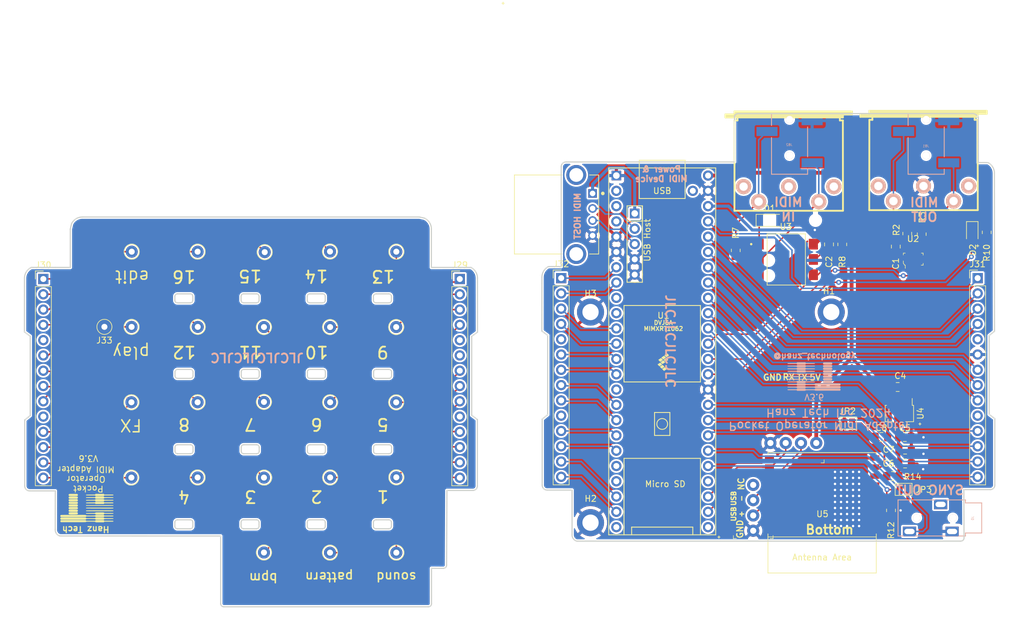
<source format=kicad_pcb>
(kicad_pcb (version 20211014) (generator pcbnew)
  (title_block (rev "3.4"))
  (layers (0 "F.Cu" signal) (31 "B.Cu" signal) (34 "B.Paste" user) (35 "F.Paste" user) (36 "B.SilkS" user "B.Silkscreen") (37 "F.SilkS" user "F.Silkscreen") (38 "B.Mask" user) (39 "F.Mask" user) (44 "Edge.Cuts" user))
  (net 0 "")
  (net 1 "/bottom/5V")
  (net 2 "/bottom/GND")
  (net 3 "/bottom/3.3V")
  (net 4 "Net-(D1-Pad1)")
  (net 5 "Net-(D1-Pad2)")
  (net 6 "/bottom/SYNC_OUT")
  (net 7 "/top/GPIO_3")
  (net 8 "/top/GPIO_2")
  (net 9 "/top/GPIO_1")
  (net 10 "/top/GPIO_15")
  (net 11 "/top/GPIO_5")
  (net 12 "/top/GPIO_6")
  (net 13 "/top/GPIO_7")
  (net 14 "/top/GPIO_8")
  (net 15 "/top/GPIO_9")
  (net 16 "/top/GPIO_10")
  (net 17 "/top/GPIO_12")
  (net 18 "/top/GPIO_SPECIAL")
  (net 19 "/top/GPIO_14")
  (net 20 "/top/GPIO_13")
  (net 21 "/top/GPIO_WRITE")
  (net 22 "/top/GPIO_SOUND")
  (net 23 "/top/GPIO_BPM")
  (net 24 "/top/GPIO_4")
  (net 25 "/top/GPIO_FX")
  (net 26 "/top/GPIO_PLAY")
  (net 27 "/top/GPIO_16")
  (net 28 "/top/GPIO_11")
  (net 29 "Net-(J40-Pad4)")
  (net 30 "/bottom/H_USB_5V")
  (net 31 "/bottom/H_USB_D-")
  (net 32 "/bottom/H_USB_D+")
  (net 33 "Net-(J81-Pad2)")
  (net 34 "Net-(J81-Pad3)")
  (net 35 "/bottom/MIDI_1_BUF_OUT")
  (net 36 "/bottom/MIDI_1_OUT")
  (net 37 "/bottom/MIDI_1_IN")
  (net 38 "/bottom/GPIO_BPM")
  (net 39 "/bottom/GPIO_4")
  (net 40 "/bottom/GPIO_3")
  (net 41 "/bottom/GPIO_SPECIAL")
  (net 42 "/bottom/GPIO_FX")
  (net 43 "/bottom/GPIO_8")
  (net 44 "/bottom/GPIO_7")
  (net 45 "/bottom/GPIO_SOUND")
  (net 46 "/bottom/GPIO_1")
  (net 47 "/bottom/GPIO_2")
  (net 48 "/bottom/GPIO_5")
  (net 49 "/bottom/GPIO_6")
  (net 50 "/bottom/GPIO_11")
  (net 51 "/bottom/GPIO_12")
  (net 52 "/bottom/GPIO_PLAY")
  (net 53 "/bottom/GPIO_WRITE")
  (net 54 "/bottom/GPIO_15")
  (net 55 "/bottom/GPIO_16")
  (net 56 "/bottom/GPIO_14")
  (net 57 "/bottom/GPIO_13")
  (net 58 "/bottom/MIDI_OUT_EXT")
  (net 59 "/bottom/GPIO_10")
  (net 60 "/bottom/MIDI_IN_EXT")
  (net 61 "/bottom/GPIO_9")
  (net 62 "/top/GIPO_PATTERN")
  (net 63 "/bottom/GIPO_PATTERN")
  (net 64 "Net-(D2-Pad1)")
  (net 65 "Net-(D2-Pad2)")
  (net 66 "/bottom/3.3V_ESP32")
  (net 67 "Net-(J96-Pad2)")
  (net 68 "Net-(J96-Pad3)")
  (net 69 "Net-(C8-Pad1)")
  (net 70 "Net-(R14-Pad1)")
  (net 108 "/bottom/ESP32_EN")
  (net 109 "/GND")
  (footprint "Connector_Pin:Pin_D1.0mm_L10.0mm" (layer "F.Cu") (at 54.76494 59.9694)
    (fp_text reference "J18" hide)
    (fp_text value "Conn_01x01")
  )
  (footprint "Connector_Pin:Pin_D1.0mm_L10.0mm" (layer "F.Cu") (at 76.7744 97.5106 -90)
    (fp_text reference "J4" hide)
    (fp_text value "Conn_01x01")
  )
  (footprint "Connector_Pin:Pin_D1.0mm_L10.0mm" (layer "F.Cu") (at 87.73414 97.4852)
    (fp_text reference "J5" hide)
    (fp_text value "Conn_01x01")
  )
  (footprint "Connector_Pin:Pin_D1.0mm_L10.0mm" (layer "F.Cu") (at 98.73234 97.4598)
    (fp_text reference "J6" hide)
    (fp_text value "Conn_01x01")
  )
  (footprint "Connector_Pin:Pin_D1.0mm_L10.0mm" (layer "F.Cu") (at 76.86294 60.0456 -90)
    (fp_text reference "J7" hide)
    (fp_text value "Conn_01x01")
  )
  (footprint "Connector_Pin:Pin_D1.0mm_L10.0mm" (layer "F.Cu") (at 98.70694 85.0011)
    (fp_text reference "J8" hide)
    (fp_text value "Conn_01x01")
  )
  (footprint "Connector_Pin:Pin_D1.0mm_L10.0mm" (layer "F.Cu") (at 87.73414 84.9884)
    (fp_text reference "J9" hide)
    (fp_text value "Conn_01x01")
  )
  (footprint "Connector_Pin:Pin_D1.0mm_L10.0mm" (layer "F.Cu") (at 76.73594 84.9376)
    (fp_text reference "J10" hide)
    (fp_text value "Conn_01x01")
  )
  (footprint "Connector_Pin:Pin_D1.0mm_L10.0mm" (layer "F.Cu") (at 65.71234 84.9884)
    (fp_text reference "J11" hide)
    (fp_text value "Conn_01x01")
  )
  (footprint "Connector_Pin:Pin_D1.0mm_L10.0mm" (layer "F.Cu") (at 98.70694 72.4916)
    (fp_text reference "J12" hide)
    (fp_text value "Conn_01x01")
  )
  (footprint "Connector_Pin:Pin_D1.0mm_L10.0mm" (layer "F.Cu") (at 87.72906 72.4916)
    (fp_text reference "J13" hide)
    (fp_text value "Conn_01x01")
  )
  (footprint "Connector_Pin:Pin_D1.0mm_L10.0mm" (layer "F.Cu") (at 65.73774 72.4662)
    (fp_text reference "J14" hide)
    (fp_text value "Conn_01x01")
  )
  (footprint "Connector_Pin:Pin_D1.0mm_L10.0mm" (layer "F.Cu") (at 87.70874 59.944)
    (fp_text reference "J16" hide)
    (fp_text value "Conn_01x01")
  )
  (footprint "Connector_Pin:Pin_D1.0mm_L10.0mm" (layer "F.Cu") (at 98.73234 59.9694)
    (fp_text reference "J17" hide)
    (fp_text value "Conn_01x01")
  )
  (footprint "Connector_Pin:Pin_D1.0mm_L10.0mm" (layer "F.Cu") (at 98.73234 109.982)
    (fp_text reference "J19" hide)
    (fp_text value "Conn_01x01")
  )
  (footprint "Connector_Pin:Pin_D1.0mm_L10.0mm" (layer "F.Cu") (at 87.70874 109.982)
    (fp_text reference "J20" hide)
    (fp_text value "Conn_01x01")
  )
  (footprint "Connector_Pin:Pin_D1.0mm_L10.0mm" (layer "F.Cu") (at 76.73594 109.9566)
    (fp_text reference "J21" hide)
    (fp_text value "Conn_01x01")
  )
  (footprint "Connector_Pin:Pin_D1.0mm_L10.0mm" (layer "F.Cu") (at 65.71234 97.4852)
    (fp_text reference "J22" hide)
    (fp_text value "Conn_01x01")
  )
  (footprint "Connector_Pin:Pin_D1.0mm_L10.0mm" (layer "F.Cu") (at 54.71414 84.9884)
    (fp_text reference "J23" hide)
    (fp_text value "Conn_01x01")
  )
  (footprint "Connector_Pin:Pin_D1.0mm_L10.0mm" (layer "F.Cu") (at 54.73954 72.4662)
    (fp_text reference "J24" hide)
    (fp_text value "Conn_01x01")
  )
  (footprint "Connector_Pin:Pin_D1.0mm_L10.0mm" (layer "F.Cu") (at 65.71234 59.9694)
    (fp_text reference "J25" hide)
    (fp_text value "Conn_01x01")
  )
  (footprint "Connector_Pin:Pin_D1.0mm_L10.0mm" (layer "F.Cu") (at 76.73594 72.4916)
    (fp_text reference "J28" hide)
    (fp_text value "Conn_01x01")
  )
  (footprint "Diode_SMD:D_SOD-123" (layer "F.Cu") (at 160.7644 54.76)
    (fp_text reference "D1")
    (fp_text value "1N4148W")
  )
  (footprint "Teensy:Teensy41_poma" (layer "F.Cu") (at 142.91186 76.53 -90)
    (fp_text reference "U1")
    (fp_text value "Teensy4.1")
  )
  (footprint "digikey-footprints:SOT-753" (layer "F.Cu") (at 184.6244 61.21)
    (fp_text reference "U2")
    (fp_text value "SN74LVC1G07DBVR")
  )
  (footprint "poma:IC_H11L1SM" (layer "F.Cu") (at 163.5244 61.26)
    (fp_text reference "U3")
    (fp_text value "H11L1M")
  )
  (footprint "Capacitor_SMD:C_0805_2012Metric_Pad1.18x1.45mm_HandSolder" (layer "F.Cu") (at 170.63186 58.76 90)
    (fp_text reference "C2")
    (fp_text value "0.1uF")
  )
  (footprint "Resistor_SMD:R_0805_2012Metric_Pad1.20x1.40mm_HandSolder" (layer "F.Cu") (at 155.13186 59.76 -90)
    (fp_text reference "R7")
    (fp_text value "220")
  )
  (footprint "Resistor_SMD:R_0805_2012Metric_Pad1.20x1.40mm_HandSolder" (layer "F.Cu") (at 172.83186 58.76 -90)
    (fp_text reference "R8")
    (fp_text value "470")
  )
  (footprint "digikey-footprints:PinHeader_1x4_P2.54mm_Drill1.02mm" (layer "F.Cu") (at 168.51186 91.76 180)
    (fp_text reference "J99" hide)
    (fp_text value "0022232041")
  )
  (footprint "poma:MIDI_DIN5_NO_ATTACHEMENT" (layer "F.Cu") (at 163.93186 46.16 180)
    (fp_text reference "J40" hide)
    (fp_text value "MIDI_1_IN" hide)
  )
  (footprint "poma:TE_292303-1" (layer "F.Cu") (at 131.34186 50.29 -90)
    (fp_text reference "J70" hide)
    (fp_text value "USB_A")
  )
  (footprint "poma:MIDI_DIN5_NO_ATTACHEMENT" (layer "F.Cu") (at 186.33186 46.06 180)
    (fp_text reference "J90" hide)
    (fp_text value "MIDI_1_OUT" hide)
  )
  (footprint "LED_SMD:LED_0805_2012Metric_Pad1.15x1.40mm_HandSolder" (layer "F.Cu") (at 194.43186 56.835 -90)
    (fp_text reference "D2")
    (fp_text value "LED")
  )
  (footprint "Resistor_SMD:R_0805_2012Metric_Pad1.20x1.40mm_HandSolder" (layer "F.Cu") (at 196.83186 56.76 -90)
    (fp_text reference "R10")
    (fp_text value "68")
  )
  (footprint "Connector_Pin:Pin_D1.0mm_L10.0mm" (layer "F.Cu") (at 54.6744 97.5106 -90)
    (fp_text reference "J15" hide)
    (fp_text value "Conn_01x01")
  )
  (footprint "Capacitor_SMD:C_0805_2012Metric_Pad1.18x1.45mm_HandSolder" (layer "F.Cu") (at 182.0369 82.46)
    (fp_text reference "C4")
    (fp_text value "1uF")
  )
  (footprint "Capacitor_SMD:C_0805_2012Metric_Pad1.18x1.45mm_HandSolder" (layer "F.Cu") (at 183.23186 90.76)
    (fp_text reference "C5")
    (fp_text value "10uF")
  )
  (footprint "Capacitor_SMD:C_0805_2012Metric_Pad1.18x1.45mm_HandSolder" (layer "F.Cu") (at 183.26936 95.16)
    (fp_text reference "C6")
    (fp_text value "0.1uF")
  )
  (footprint "Capacitor_SMD:C_0805_2012Metric_Pad1.18x1.45mm_HandSolder" (layer "F.Cu") (at 183.26936 92.86)
    (fp_text reference "C7")
    (fp_text value "10uF")
  )
  (footprint "Espressif:ESP32-C3-WROOM-02" (layer "F.Cu") (at 169.48186 102.11 180)
    (fp_text reference "U5")
    (fp_text value "ESP32-C3-WROOM-02")
  )
  (footprint "digikey-footprints:PinHeader_1x4_P2.54mm_Drill1.02mm" (layer "F.Cu") (at 158.03186 106.34 90)
    (fp_text reference "J96" hide)
    (fp_text value "0022232041")
  )
  (footprint "Package_TO_SOT_SMD:SOT-89-3" (layer "F.Cu") (at 182.3244 86.56 -90)
    (fp_text reference "U4")
    (fp_text value "LM1117-3.3")
  )
  (footprint "Capacitor_SMD:C_0805_2012Metric_Pad1.18x1.45mm_HandSolder" (layer "F.Cu") (at 179.33186 90.76)
    (fp_text reference "C8")
    (fp_text value "0.1uF")
  )
  (footprint "Resistor_SMD:R_0805_2012Metric_Pad1.20x1.40mm_HandSolder" (layer "F.Cu") (at 181.23186 97.26)
    (fp_text reference "R14")
    (fp_text value "10K")
  )
  (footprint "Resistor_SMD:R_0805_2012Metric_Pad1.20x1.40mm_HandSolder" (layer "F.Cu") (at 183.63186 56.96 -90)
    (fp_text reference "R2")
    (fp_text value "220")
  )
  (footprint "Capacitor_SMD:C_0805_2012Metric_Pad1.18x1.45mm_HandSolder" (layer "F.Cu") (at 181.7244 59.1225 90)
    (fp_text reference "C1")
    (fp_text value "0.1uF")
  )
  (footprint "Resistor_SMD:R_0805_2012Metric_Pad1.20x1.40mm_HandSolder" (layer "F.Cu") (at 186.03186 57.06 -90)
    (fp_text reference "R3")
    (fp_text value "220")
  )
  (footprint "Connector_PinHeader_2.54mm:PinHeader_1x14_P2.54mm_Vertical" (layer "F.Cu") (at 126.1244 64.36)
    (fp_text reference "J32")
    (fp_text value "Conn_01x14_Female")
  )
  (footprint "MountingHole:MountingHole_2.7mm_M2.5_ISO7380_Pad" (layer "F.Cu") (at 131.0244 104.26)
    (fp_text reference "H2")
    (fp_text value "MountingHole_Pad")
  )
  (footprint "poma:B.SilkS_g842" (layer "F.Cu") (at 47.0744 103.71 180)
    (fp_text reference "G***" hide)
    (fp_text value "LOGO" hide)
  )
  (footprint "Connector_PinHeader_2.54mm:PinHeader_1x14_P2.54mm_Vertical" (layer "F.Cu") (at 195.3244 64.36)
    (fp_text reference "J31")
    (fp_text value "Conn_01x14_Female")
  )
  (footprint "Connector_PinHeader_2.54mm:PinHeader_1x14_P2.54mm_Vertical" (layer "F.Cu") (at 40.0744 64.51)
    (fp_text reference "J30")
    (fp_text value "Conn_01x14_Male")
  )
  (footprint "Jumper:SolderJumper-2_P1.3mm_Open_Pad1.0x1.5mm" (layer "F.Cu") (at 173.8244 88.46)
    (fp_text reference "JP2")
    (fp_text value "SolderJumper_2_Open")
  )
  (footprint "Resistor_SMD:R_0805_2012Metric_Pad1.20x1.40mm_HandSolder" (layer "F.Cu") (at 180.93186 102.96 90)
    (fp_text reference "R12")
    (fp_text value "10K")
  )
  (footprint "MountingHole:MountingHole_2.7mm_M2.5_ISO7380_Pad" (layer "F.Cu") (at 170.6244 69.76)
    (fp_text reference "H1")
    (fp_text value "MountingHole_Pad")
  )
  (footprint "Connector_PinHeader_2.54mm:PinHeader_1x14_P2.54mm_Vertical" (layer "F.Cu") (at 109.2744 64.51)
    (fp_text reference "J29")
    (fp_text value "Conn_01x14_Male")
  )
  (footprint "MountingHole:MountingHole_2.7mm_M2.5_ISO7380_Pad" (layer "F.Cu") (at 131 70.16)
    (fp_text reference "H3")
    (fp_text value "MountingHole_Pad")
  )
  (footprint "Connector_Pin:Pin_D1.0mm_L10.0mm" (layer "F.Cu") (at 50.2244 72.46)
    (fp_text reference "J33")
    (fp_text value "Conn_01x01")
  )
  (footprint "Jumper:SolderJumper-2_P1.3mm_Open_Pad1.0x1.5mm" (layer "F.Cu") (at 183.0244 99.46 180)
    (fp_text reference "JP3")
    (fp_text value "SolderJumper_2_Open")
  )
  (footprint "poma:3.5mm_stereo_jack_PJ320B_THRU" (layer "B.Cu") (at 191.2014 104.21 90)
    (fp_text reference "J0")
    (fp_text value "PJ-320B" hide)
  )
  (footprint "poma:B.SilkS_g842" (layer "B.Cu") (at 168.3744 81.86)
    (fp_text reference "G***" hide)
    (fp_text value "LOGO" hide)
  )
  (footprint "jacks:3.5mm_stereo_jack_PJ320B" (layer "B.Cu") (at 186.7744 38 180)
    (fp_text reference "J81")
    (fp_text value "PJ-320B" hide)
  )
  (footprint "jacks:3.5mm_stereo_jack_PJ320B" (layer "B.Cu") (at 164.0744 38 180)
    (fp_text reference "J82")
    (fp_text value "PJ-320B" hide)
  )
  (gr_arc (start 36.941803 64.3636) (mid 37.256 63.312742) (end 38.077128 62.585576) (layer "Edge.Cuts") (width 0.2))
  (gr_line (start 42.06494 99.7204) (end 42.056139 106.093002) (layer "Edge.Cuts") (width 0.2))
  (gr_line (start 42.056736 62.589601) (end 38.07714 62.5856) (layer "Edge.Cuts") (width 0.2))
  (gr_line (start 36.98494 87.9348) (end 37.89934 87.1982) (layer "Edge.Cuts") (width 0.2))
  (gr_line (start 37.89934 74.0156) (end 37.89934 87.1982) (layer "Edge.Cuts") (width 0.2))
  (gr_line (start 36.93414 73.3044) (end 37.89934 74.0156) (layer "Edge.Cuts") (width 0.2))
  (gr_line (start 36.93414 73.3044) (end 36.941803 64.3636) (layer "Edge.Cuts") (width 0.2))
  (gr_line (start 36.98494 87.9348) (end 36.98494 98.9076) (layer "Edge.Cuts") (width 0.2))
  (gr_line (start 111.25454 74.041) (end 111.25454 87.1474) (layer "Edge.Cuts") (width 0.2))
  (gr_line (start 112.19434 87.8586) (end 111.25454 87.1474) (layer "Edge.Cuts") (width 0.2))
  (gr_line (start 112.21974 73.3298) (end 111.25454 74.041) (layer "Edge.Cuts") (width 0.2))
  (gr_line (start 112.212077 64.363781) (end 112.21974 73.3298) (layer "Edge.Cuts") (width 0.2))
  (gr_line (start 112.19434 98.9076) (end 112.19434 87.8586) (layer "Edge.Cuts") (width 0.2))
  (gr_arc (start 111.12754 62.5856) (mid 111.91955 63.32237) (end 112.212077 64.363781) (layer "Edge.Cuts") (width 0.2))
  (gr_line (start 110.44174 62.5856) (end 111.12754 62.5856) (layer "Edge.Cuts") (width 0.2))
  (gr_arc (start 83.924885 67.386244) (mid 84.059712 67.097434) (end 84.35594 66.9798) (layer "Edge.Cuts") (width 0.2))
  (gr_arc (start 84.330584 68.477655) (mid 84.041774 68.342828) (end 83.92414 68.0466) (layer "Edge.Cuts") (width 0.2))
  (gr_arc (start 94.923085 67.386244) (mid 95.057912 67.097434) (end 95.35414 66.9798) (layer "Edge.Cuts") (width 0.2))
  (gr_arc (start 97.51314 66.9798) (mid 97.80195 67.114627) (end 97.919584 67.410855) (layer "Edge.Cuts") (width 0.2))
  (gr_arc (start 97.918795 68.071956) (mid 97.783968 68.360766) (end 97.48774 68.4784) (layer "Edge.Cuts") (width 0.2))
  (gr_arc (start 95.328784 68.477655) (mid 95.039974 68.342828) (end 94.92234 68.0466) (layer "Edge.Cuts") (width 0.2))
  (gr_arc (start 61.928485 67.386244) (mid 62.063312 67.097434) (end 62.35954 66.9798) (layer "Edge.Cuts") (width 0.2))
  (gr_arc (start 64.51854 66.9798) (mid 64.80735 67.114627) (end 64.924984 67.410855) (layer "Edge.Cuts") (width 0.2))
  (gr_arc (start 64.924195 68.071956) (mid 64.789368 68.360766) (end 64.49314 68.4784) (layer "Edge.Cuts") (width 0.2))
  (gr_arc (start 62.334184 68.477655) (mid 62.045374 68.342828) (end 61.92774 68.0466) (layer "Edge.Cuts") (width 0.2))
  (gr_arc (start 75.922395 68.071956) (mid 75.787568 68.360766) (end 75.49134 68.4784) (layer "Edge.Cuts") (width 0.2))
  (gr_arc (start 73.332384 68.477655) (mid 73.043574 68.342828) (end 72.92594 68.0466) (layer "Edge.Cuts") (width 0.2))
  (gr_arc (start 75.51674 66.9798) (mid 75.80555 67.114627) (end 75.923184 67.410855) (layer "Edge.Cuts") (width 0.2))
  (gr_arc (start 72.926685 67.386244) (mid 73.061512 67.097434) (end 73.35774 66.9798) (layer "Edge.Cuts") (width 0.2))
  (gr_line (start 83.924885 104.927444) (end 83.92414 105.5878) (layer "Edge.Cuts") (width 0.2))
  (gr_line (start 86.920595 105.613156) (end 86.921384 104.952055) (layer "Edge.Cuts") (width 0.2))
  (gr_line (start 84.330584 106.018855) (end 86.48954 106.0196) (layer "Edge.Cuts") (width 0.2))
  (gr_line (start 97.918795 105.613156) (end 97.919584 104.952055) (layer "Edge.Cuts") (width 0.2))
  (gr_line (start 97.51314 104.521) (end 95.35414 104.521) (layer "Edge.Cuts") (width 0.2))
  (gr_line (start 95.328784 106.018855) (end 97.48774 106.0196) (layer "Edge.Cuts") (width 0.2))
  (gr_line (start 61.928485 104.927444) (end 61.92774 105.5878) (layer "Edge.Cuts") (width 0.2))
  (gr_line (start 64.51854 104.521) (end 62.35954 104.521) (layer "Edge.Cuts") (width 0.2))
  (gr_line (start 64.924195 105.613156) (end 64.924984 104.952055) (layer "Edge.Cuts") (width 0.2))
  (gr_line (start 75.51674 104.521) (end 73.35774 104.521) (layer "Edge.Cuts") (width 0.2))
  (gr_line (start 62.334184 106.018855) (end 64.49314 106.0196) (layer "Edge.Cuts") (width 0.2))
  (gr_line (start 75.922395 105.613156) (end 75.923184 104.952055) (layer "Edge.Cuts") (width 0.2))
  (gr_line (start 72.926685 104.927444) (end 72.92594 105.5878) (layer "Edge.Cuts") (width 0.2))
  (gr_line (start 73.332384 106.018855) (end 75.49134 106.0196) (layer "Edge.Cuts") (width 0.2))
  (gr_arc (start 83.924885 104.927444) (mid 84.059712 104.638634) (end 84.35594 104.521) (layer "Edge.Cuts") (width 0.2))
  (gr_arc (start 86.51494 104.521) (mid 86.80375 104.655827) (end 86.921384 104.952055) (layer "Edge.Cuts") (width 0.2))
  (gr_arc (start 86.920595 105.613156) (mid 86.785768 105.901966) (end 86.48954 106.0196) (layer "Edge.Cuts") (width 0.2))
  (gr_arc (start 84.330584 106.018855) (mid 84.041774 105.884028) (end 83.92414 105.5878) (layer "Edge.Cuts") (width 0.2))
  (gr_arc (start 97.918795 105.613156) (mid 97.783968 105.901966) (end 97.48774 106.0196) (layer "Edge.Cuts") (width 0.2))
  (gr_arc (start 95.328784 106.018855) (mid 95.039974 105.884028) (end 94.92234 105.5878) (layer "Edge.Cuts") (width 0.2))
  (gr_arc (start 97.51314 104.521) (mid 97.80195 104.655827) (end 97.919584 104.952055) (layer "Edge.Cuts") (width 0.2))
  (gr_arc (start 94.923085 104.927444) (mid 95.057912 104.638634) (end 95.35414 104.521) (layer "Edge.Cuts") (width 0.2))
  (gr_arc (start 62.334184 106.018855) (mid 62.045374 105.884028) (end 61.92774 105.5878) (layer "Edge.Cuts") (width 0.2))
  (gr_arc (start 75.922395 105.613156) (mid 75.787568 105.901966) (end 75.49134 106.0196) (layer "Edge.Cuts") (width 0.2))
  (gr_arc (start 61.928485 104.927444) (mid 62.063312 104.638634) (end 62.35954 104.521) (layer "Edge.Cuts") (width 0.2))
  (gr_arc (start 73.332384 106.018855) (mid 73.043574 105.884028) (end 72.92594 105.5878) (layer "Edge.Cuts") (width 0.2))
  (gr_arc (start 75.51674 104.521) (mid 75.80555 104.655827) (end 75.923184 104.952055) (layer "Edge.Cuts") (width 0.2))
  (gr_arc (start 64.51854 104.521) (mid 64.80735 104.655827) (end 64.924984 104.952055) (layer "Edge.Cuts") (width 0.2))
  (gr_arc (start 64.924195 105.613156) (mid 64.789368 105.901966) (end 64.49314 106.0196) (layer "Edge.Cuts") (width 0.2))
  (gr_arc (start 72.926685 104.927444) (mid 73.061512 104.638634) (end 73.35774 104.521) (layer "Edge.Cuts") (width 0.2))
  (gr_line (start 94.923085 104.927444) (end 94.92234 105.5878) (layer "Edge.Cuts") (width 0.2))
  (gr_line (start 86.51494 104.521) (end 84.35594 104.521) (layer "Edge.Cuts") (width 0.2))
  (gr_arc (start 94.948485 79.933844) (mid 95.083312 79.645034) (end 95.37954 79.5274) (layer "Edge.Cuts") (width 0.2))
  (gr_arc (start 64.54394 79.5274) (mid 64.83275 79.662227) (end 64.950384 79.958455) (layer "Edge.Cuts") (width 0.2))
  (gr_arc (start 97.53854 79.5274) (mid 97.82735 79.662227) (end 97.944984 79.958455) (layer "Edge.Cuts") (width 0.2))
  (gr_arc (start 72.952085 79.933844) (mid 73.086912 79.645034) (end 73.38314 79.5274) (layer "Edge.Cuts") (width 0.2))
  (gr_arc (start 64.949595 80.619556) (mid 64.814768 80.908366) (end 64.51854 81.026) (layer "Edge.Cuts") (width 0.2))
  (gr_arc (start 61.953885 79.933844) (mid 62.088712 79.645034) (end 62.38494 79.5274) (layer "Edge.Cuts") (width 0.2))
  (gr_arc (start 97.944195 80.619556) (mid 97.809368 80.908366) (end 97.51314 81.026) (layer "Edge.Cuts") (width 0.2))
  (gr_arc (start 73.357784 81.025255) (mid 73.068974 80.890428) (end 72.95134 80.5942) (layer "Edge.Cuts") (width 0.2))
  (gr_arc (start 62.359584 81.025255) (mid 62.070774 80.890428) (end 61.95314 80.5942) (layer "Edge.Cuts") (width 0.2))
  (gr_line (start 94.948485 79.933844) (end 94.94774 80.5942) (layer "Edge.Cuts") (width 0.2))
  (gr_arc (start 95.354184 81.025255) (mid 95.065374 80.890428) (end 94.94774 80.5942) (layer "Edge.Cuts") (width 0.2))
  (gr_line (start 86.54034 79.5274) (end 84.38134 79.5274) (layer "Edge.Cuts") (width 0.2))
  (gr_arc (start 75.54214 79.5274) (mid 75.83095 79.662227) (end 75.948584 79.958455) (layer "Edge.Cuts") (width 0.2))
  (gr_arc (start 75.947795 80.619556) (mid 75.812968 80.908366) (end 75.51674 81.026) (layer "Edge.Cuts") (width 0.2))
  (gr_line (start 86.945995 80.619556) (end 86.946784 79.958455) (layer "Edge.Cuts") (width 0.2))
  (gr_arc (start 84.355984 81.025255) (mid 84.067174 80.890428) (end 83.94954 80.5942) (layer "Edge.Cuts") (width 0.2))
  (gr_arc (start 86.945995 80.619556) (mid 86.811168 80.908366) (end 86.51494 81.026) (layer "Edge.Cuts") (width 0.2))
  (gr_arc (start 86.54034 79.5274) (mid 86.82915 79.662227) (end 86.946784 79.958455) (layer "Edge.Cuts") (width 0.2))
  (gr_arc (start 83.950285 79.933844) (mid 84.085112 79.645034) (end 84.38134 79.5274) (layer "Edge.Cuts") (width 0.2))
  (gr_line (start 75.54214 79.5274) (end 73.38314 79.5274) (layer "Edge.Cuts") (width 0.2))
  (gr_line (start 97.53854 79.5274) (end 95.37954 79.5274) (layer "Edge.Cuts") (width 0.2))
  (gr_line (start 73.357784 81.025255) (end 75.51674 81.026) (layer "Edge.Cuts") (width 0.2))
  (gr_line (start 72.952085 79.933844) (end 72.95134 80.5942) (layer "Edge.Cuts") (width 0.2))
  (gr_line (start 75.947795 80.619556) (end 75.948584 79.958455) (layer "Edge.Cuts") (width 0.2))
  (gr_line (start 62.359584 81.025255) (end 64.51854 81.026) (layer "Edge.Cuts") (width 0.2))
  (gr_line (start 64.949595 80.619556) (end 64.950384 79.958455) (layer "Edge.Cuts") (width 0.2))
  (gr_line (start 64.54394 79.5274) (end 62.38494 79.5274) (layer "Edge.Cuts") (width 0.2))
  (gr_line (start 61.953885 79.933844) (end 61.95314 80.5942) (layer "Edge.Cuts") (width 0.2))
  (gr_line (start 95.354184 81.025255) (end 97.51314 81.026) (layer "Edge.Cuts") (width 0.2))
  (gr_line (start 97.944195 80.619556) (end 97.944984 79.958455) (layer "Edge.Cuts") (width 0.2))
  (gr_line (start 84.355984 81.025255) (end 86.51494 81.026) (layer "Edge.Cuts") (width 0.2))
  (gr_line (start 83.950285 79.933844) (end 83.94954 80.5942) (layer "Edge.Cuts") (width 0.2))
  (gr_line (start 122.91886 73.16216) (end 122.926523 64.22136) (layer "Edge.Cuts") (width 0.2))
  (gr_line (start 122.96966 87.79256) (end 122.96966 98.76536) (layer "Edge.Cuts") (width 0.2))
  (gr_arc (start 123.78246 99.57816) (mid 123.207724 99.340096) (end 122.96966 98.76536) (layer "Edge.Cuts") (width 0.2))
  (gr_line (start 122.91886 73.16216) (end 123.88406 73.87336) (layer "Edge.Cuts") (width 0.2))
  (gr_line (start 122.96966 87.79256) (end 123.88406 87.05596) (layer "Edge.Cuts") (width 0.2))
  (gr_line (start 192.51486 108.06) (end 128.694669 108.06) (layer "Edge.Cuts") (width 0.2))
  (gr_arc (start 197.03186 45.16) (mid 197.82387 45.89677) (end 198.116397 46.938181) (layer "Edge.Cuts") (width 0.2))
  (gr_line (start 198.17906 87.71636) (end 197.23926 87.00516) (layer "Edge.Cuts") (width 0.2))
  (gr_line (start 123.78246 99.57816) (end 127.93186 99.57816) (layer "Edge.Cuts") (width 0.2))
  (gr_line (start 123.88406 73.87336) (end 123.88406 87.05596) (layer "Edge.Cuts") (width 0.2))
  (gr_line (start 193.064768 107.504347) (end 193.03186 99.50196) (layer "Edge.Cuts") (width 0.2))
  (gr_line (start 198.121477 64.16) (end 198.13186 73.18756) (layer "Edge.Cuts") (width 0.2))
  (gr_arc (start 198.17906 98.76536) (mid 197.963315 99.286215) (end 197.44246 99.50196) (layer "Edge.Cuts") (width 0.2))
  (gr_line (start 197.23926 73.89876) (end 197.23926 87.00516) (layer "Edge.Cuts") (width 0.2))
  (gr_line (start 127.93186 99.57816) (end 127.93186 106.945148) (layer "Edge.Cuts") (width 0.2))
  (gr_line (start 198.13186 73.18756) (end 197.23926 73.89876) (layer "Edge.Cuts") (width 0.2))
  (gr_line (start 197.44246 99.50196) (end 193.03186 99.50196) (layer "Edge.Cuts") (width 0.2))
  (gr_arc (start 128.694669 108.06) (mid 128.114602 107.638504) (end 127.93186 106.945148) (layer "Edge.Cuts") (width 0.2))
  (gr_line (start 198.17906 98.76536) (end 198.17906 87.71636) (layer "Edge.Cuts") (width 0.2))
  (gr_arc (start 193.064768 107.504347) (mid 192.91371 107.904789) (end 192.51486 108.06) (layer "Edge.Cuts") (width 0.2))
  (gr_line (start 124.73726 62.44336) (end 124.01106 62.443179) (layer "Edge.Cuts") (width 0.2))
  (gr_line (start 126.13186 62.447361) (end 124.73726 62.44336) (layer "Edge.Cuts") (width 0.2))
  (gr_arc (start 122.926523 64.22136) (mid 123.21905 63.179949) (end 124.01106 62.443179) (layer "Edge.Cuts") (width 0.2))
  (gr_line (start 64.924195 68.071956) (end 64.924984 67.410855) (layer "Edge.Cuts") (width 0.2))
  (gr_arc (start 64.54394 92.0496) (mid 64.83275 92.184427) (end 64.950384 92.480655) (layer "Edge.Cuts") (width 0.2))
  (gr_arc (start 42.818948 107.207854) (mid 42.238881 106.786358) (end 42.056139 106.093002) (layer "Edge.Cuts") (width 0.2))
  (gr_line (start 95.354184 93.547455) (end 97.51314 93.5482) (layer "Edge.Cuts") (width 0.2))
  (gr_line (start 95.328784 68.477655) (end 97.48774 68.4784) (layer "Edge.Cuts") (width 0.2))
  (gr_line (start 62.359584 93.547455) (end 64.51854 93.5482) (layer "Edge.Cuts") (width 0.2))
  (gr_line (start 104.556539 56.2084) (end 104.556539 62.589601) (layer "Edge.Cuts") (width 0.2))
  (gr_line (start 73.332384 68.477655) (end 75.49134 68.4784) (layer "Edge.Cuts") (width 0.2))
  (gr_arc (start 194.306748 37.022024) (mid 194.9744 37.16) (end 195.430108 37.667078) (layer "Edge.Cuts") (width 0.2))
  (gr_line (start 97.918795 68.071956) (end 97.919584 67.410855) (layer "Edge.Cuts") (width 0.2))
  (gr_line (start 94.948485 92.456044) (end 94.94774 93.1164) (layer "Edge.Cuts") (width 0.2))
  (gr_line (start 69.54774 118.4656) (end 69.54774 107.2134) (layer "Edge.Cuts") (width 0.2))
  (gr_line (start 104.01554 118.9736) (end 70.081108 118.972966) (layer "Edge.Cuts") (width 0.2))
  (gr_line (start 97.51314 66.9798) (end 95.35414 66.9798) (layer "Edge.Cuts") (width 0.2))
  (gr_line (start 86.51494 66.9798) (end 84.35594 66.9798) (layer "Edge.Cuts") (width 0.2))
  (gr_line (start 61.953885 92.456044) (end 61.95314 93.1164) (layer "Edge.Cuts") (width 0.2))
  (gr_arc (start 83.950285 92.456044) (mid 84.085112 92.167234) (end 84.38134 92.0496) (layer "Edge.Cuts") (width 0.2))
  (gr_arc (start 104.576874 118.4656) (mid 104.408911 118.844137) (end 104.01554 118.9736) (layer "Edge.Cuts") (width 0.2))
  (gr_line (start 72.926685 67.386244) (end 72.92594 68.0466) (layer "Edge.Cuts") (width 0.2))
  (gr_arc (start 86.920595 68.071956) (mid 86.785768 68.360766) (end 86.48954 68.4784) (layer "Edge.Cuts") (width 0.2))
  (gr_line (start 97.944195 93.141756) (end 97.944984 92.480655) (layer "Edge.Cuts") (width 0.2))
  (gr_arc (start 86.54034 92.0496) (mid 86.82915 92.184427) (end 86.946784 92.480655) (layer "Edge.Cuts") (width 0.2))
  (gr_line (start 64.949595 93.141756) (end 64.950384 92.480655) (layer "Edge.Cuts") (width 0.2))
  (gr_arc (start 154.9244 37.430893) (mid 155.153536 37.16) (end 155.48275 37.027693) (layer "Edge.Cuts") (width 0.2))
  (gr_arc (start 72.952085 92.456044) (mid 73.086912 92.167234) (end 73.38314 92.0496) (layer "Edge.Cuts") (width 0.2))
  (gr_line (start 61.928485 67.386244) (end 61.92774 68.0466) (layer "Edge.Cuts") (width 0.2))
  (gr_line (start 73.357784 93.547455) (end 75.51674 93.5482) (layer "Edge.Cuts") (width 0.2))
  (gr_line (start 126.93186 45.06) (end 154.93186 45.06) (layer "Edge.Cuts") (width 0.2))
  (gr_line (start 75.922395 68.071956) (end 75.923184 67.410855) (layer "Edge.Cuts") (width 0.2))
  (gr_arc (start 97.944195 93.141756) (mid 97.809368 93.430566) (end 97.51314 93.5482) (layer "Edge.Cuts") (width 0.2))
  (gr_arc (start 61.953885 92.456044) (mid 62.088712 92.167234) (end 62.38494 92.0496) (layer "Edge.Cuts") (width 0.2))
  (gr_arc (start 70.081108 118.972966) (mid 69.705614 118.83367) (end 69.54774 118.4656) (layer "Edge.Cuts") (width 0.2))
  (gr_line (start 44.55654 62.589601) (end 44.55654 56.2084) (layer "Edge.Cuts") (width 0.2))
  (gr_line (start 155.48275 37.027693) (end 194.306748 37.022024) (layer "Edge.Cuts") (width 0.2))
  (gr_line (start 126.13186 62.447361) (end 126.13186 45.86) (layer "Edge.Cuts") (width 0.2))
  (gr_line (start 75.51674 66.9798) (end 73.35774 66.9798) (layer "Edge.Cuts") (width 0.2))
  (gr_arc (start 107.080048 112.033947) (mid 106.92899 112.434389) (end 106.53014 112.5896) (layer "Edge.Cuts") (width 0.2))
  (gr_line (start 94.923085 67.386244) (end 94.92234 68.0466) (layer "Edge.Cuts") (width 0.2))
  (gr_arc (start 112.19434 98.9076) (mid 111.978595 99.428455) (end 111.45774 99.6442) (layer "Edge.Cuts") (width 0.2))
  (gr_arc (start 73.357784 93.547455) (mid 73.068974 93.412628) (end 72.95134 93.1164) (layer "Edge.Cuts") (width 0.2))
  (gr_line (start 64.51854 66.9798) (end 62.35954 66.9798) (layer "Edge.Cuts") (width 0.2))
  (gr_line (start 107.080048 112.033947) (end 107.13974 99.6442) (layer "Edge.Cuts") (width 0.2))
  (gr_line (start 46.55654 54.208399) (end 102.556539 54.2084) (layer "Edge.Cuts") (width 0.2))
  (gr_arc (start 103.400709 54.395287) (mid 104.243006 55.133304) (end 104.556539 56.2084) (layer "Edge.Cuts") (width 0.2))
  (gr_line (start 42.056736 62.589601) (end 44.55654 62.589601) (layer "Edge.Cuts") (width 0.2))
  (gr_line (start 106.53014 112.5896) (end 104.57434 112.5728) (layer "Edge.Cuts") (width 0.2))
  (gr_arc (start 62.359584 93.547455) (mid 62.070774 93.412628) (end 61.95314 93.1164) (layer "Edge.Cuts") (width 0.2))
  (gr_line (start 86.920595 68.071956) (end 86.921384 67.410855) (layer "Edge.Cuts") (width 0.2))
  (gr_arc (start 94.948485 92.456044) (mid 95.083312 92.167234) (end 95.37954 92.0496) (layer "Edge.Cuts") (width 0.2))
  (gr_line (start 102.556539 54.2084) (end 103.400709 54.395287) (layer "Edge.Cuts") (width 0.2))
  (gr_line (start 62.334184 68.477655) (end 64.49314 68.4784) (layer "Edge.Cuts") (width 0.2))
  (gr_line (start 104.57434 112.5728) (end 104.576874 118.4656) (layer "Edge.Cuts") (width 0.2))
  (gr_line (start 84.330584 68.477655) (end 86.48954 68.4784) (layer "Edge.Cuts") (width 0.2))
  (gr_line (start 104.556539 62.589601) (end 110.44174 62.5856) (layer "Edge.Cuts") (width 0.2))
  (gr_line (start 86.945995 93.141756) (end 86.946784 92.480655) (layer "Edge.Cuts") (width 0.2))
  (gr_arc (start 37.79774 99.7204) (mid 37.223004 99.482336) (end 36.98494 98.9076) (layer "Edge.Cuts") (width 0.2))
  (gr_line (start 83.924885 67.386244) (end 83.92414 68.0466) (layer "Edge.Cuts") (width 0.2))
  (gr_line (start 86.54034 92.0496) (end 84.38134 92.0496) (layer "Edge.Cuts") (width 0.2))
  (gr_line (start 44.55654 56.2084) (end 44.769628 55.3101) (layer "Edge.Cuts") (width 0.2))
  (gr_arc (start 86.51494 66.9798) (mid 86.80375 67.114627) (end 86.921384 67.410855) (layer "Edge.Cuts") (width 0.2))
  (gr_arc (start 86.945995 93.141756) (mid 86.811168 93.430566) (end 86.51494 93.5482) (layer "Edge.Cuts") (width 0.2))
  (gr_line (start 72.952085 92.456044) (end 72.95134 93.1164) (layer "Edge.Cuts") (width 0.2))
  (gr_line (start 75.947795 93.141756) (end 75.948584 92.480655) (layer "Edge.Cuts") (width 0.2))
  (gr_line (start 83.950285 92.456044) (end 83.94954 93.1164) (layer "Edge.Cuts") (width 0.2))
  (gr_arc (start 84.355984 93.547455) (mid 84.067174 93.412628) (end 83.94954 93.1164) (layer "Edge.Cuts") (width 0.2))
  (gr_line (start 84.355984 93.547455) (end 86.51494 93.5482) (layer "Edge.Cuts") (width 0.2))
  (gr_line (start 37.79774 99.7204) (end 42.06494 99.7204) (layer "Edge.Cuts") (width 0.2))
  (gr_line (start 97.53854 92.0496) (end 95.37954 92.0496) (layer "Edge.Cuts") (width 0.2))
  (gr_line (start 111.45774 99.6442) (end 107.13974 99.6442) (layer "Edge.Cuts") (width 0.2))
  (gr_line (start 195.43186 45.16) (end 197.03186 45.16) (layer "Edge.Cuts") (width 0.2))
  (gr_line (start 198.116397 46.938181) (end 198.121477 64.16) (layer "Edge.Cuts") (width 0.2))
  (gr_line (start 195.430108 37.667078) (end 195.43186 45.16) (layer "Edge.Cuts") (width 0.2))
  (gr_line (start 69.54774 107.2134) (end 42.818948 107.207854) (layer "Edge.Cuts") (width 0.2))
  (gr_arc (start 97.53854 92.0496) (mid 97.82735 92.184427) (end 97.944984 92.480655) (layer "Edge.Cuts") (width 0.2))
  (gr_line (start 64.54394 92.0496) (end 62.38494 92.0496) (layer "Edge.Cuts") (width 0.2))
  (gr_arc (start 126.13186 45.86) (mid 126.366175 45.294315) (end 126.93186 45.06) (layer "Edge.Cuts") (width 0.2))
  (gr_arc (start 64.949595 93.141756) (mid 64.814768 93.430566) (end 64.51854 93.5482) (layer "Edge.Cuts") (width 0.2))
  (gr_arc (start 44.769626 55.3101) (mid 45.50692 54.50596) (end 46.55654 54.208399) (layer "Edge.Cuts") (width 0.2))
  (gr_line (start 154.93186 45.06) (end 154.9244 37.430893) (layer "Edge.Cuts") (width 0.2))
  (gr_line (start 75.54214 92.0496) (end 73.38314 92.0496) (layer "Edge.Cuts") (width 0.2))
  (gr_arc (start 95.354184 93.547455) (mid 95.065374 93.412628) (end 94.94774 93.1164) (layer "Edge.Cuts") (width 0.2))
  (gr_arc (start 75.54214 92.0496) (mid 75.83095 92.184427) (end 75.948584 92.480655) (layer "Edge.Cuts") (width 0.2))
  (gr_arc (start 75.947795 93.141756) (mid 75.812968 93.430566) (end 75.51674 93.5482) (layer "Edge.Cuts") (width 0.2))
  (gr_text "Pocket Operator Midi Adapter\n   Hanz Tech Inc 2024\n\n\n" (at 169.0244 85.66 180) (layer "B.SilkS") (effects (font (size 1.35 1.35) (thickness 0.2)) (justify mirror)))
  (gr_text "V3.6" (at 168.1744 84.11 180) (layer "B.SilkS") (effects (font (size 1 1)) (justify mirror)))
  (gr_text "MIDI HOST" (at 128.83186 54.06 90) (layer "B.SilkS") (effects (font (size 1 1) (thickness 0.25)) (justify mirror)))
  (gr_text "JLCJLCJLCJLC" (at 144.23186 74.86 270) (layer "B.SilkS") (effects (font (size 1.5 1.5) (thickness 0.3))))
  (gr_text "  MIDI \n OUT" (at 187.0244 53.01) (layer "B.SilkS") (effects (font (size 1.5 1.5) (thickness 0.3)) (justify mirror)))
  (gr_text "JLCJLCJLCJLC" (at 75.5744 77.56 180) (layer "B.SilkS") (effects (font (size 1.5 1.5) (thickness 0.3))))
  (gr_text "SYNC OUT\n" (at 187.3744 99.61) (layer "B.SilkS") (effects (font (size 1.5 1.5) (thickness 0.3)) (justify mirror)))
  (gr_text "Power &\nMIDI Device" (at 142.7744 47.06) (layer "B.SilkS") (effects (font (size 1 1) (thickness 0.25)) (justify mirror)))
  (gr_text " MIDI \nIN" (at 163.8744 52.96) (layer "B.SilkS") (effects (font (size 1.5 1.5) (thickness 0.3)) (justify mirror)))
  (gr_text "@hanz_technology" (at 168.2244 77.41 180) (layer "B.SilkS") (effects (font (size 1 1) (thickness 0.2)) (justify mirror)))
  (gr_text "Pocket \nOperator\nMIDI Adapter" (at 47.1744 97.76 180) (layer "F.SilkS") (effects (font (size 1 1))))
  (gr_text "GND" (at 155.83186 106.06 90) (layer "F.SilkS") (effects (font (size 1 1) (thickness 0.2))))
  (gr_text "RX" (at 163.9244 80.81) (layer "F.SilkS") (effects (font (size 1 1) (thickness 0.2))))
  (gr_text "TX\n" (at 166.1744 80.86) (layer "F.SilkS") (effects (font (size 1 1) (thickness 0.2))))
  (gr_text "NC\n" (at 156.03186 98.56 90) (layer "F.SilkS") (effects (font (size 1 1) (thickness 0.2))))
  (gr_text "5V" (at 168.3244 80.86) (layer "F.SilkS") (effects (font (size 1 1) (thickness 0.2))))
  (gr_text "GND" (at 161.2244 80.86) (layer "F.SilkS") (effects (font (size 1 1) (thickness 0.2))))
  (gr_text "USB\n-" (at 155.43186 100.96 90) (layer "F.SilkS") (effects (font (size 0.8 0.8) (thickness 0.2))))
  (gr_text "USB\n+" (at 155.43186 103.56 90) (layer "F.SilkS") (effects (font (size 0.8 0.8) (thickness 0.2))))
  (gr_text "+" (at 116.4744 18.66) (layer "F.SilkS") (effects (font (size 0.5 0.5) (thickness 0.125))))
  (gr_text "V3.6\n\n" (at 47.5744 93.51 180) (layer "F.SilkS") (effects (font (size 1 1))))
  (gr_text "Hanz Tech\n" (at 47.1244 106.11 180) (layer "F.SilkS") (effects (font (size 1 1) (thickness 0.2))))
  (gr_text "12" (at 63.4744 76.66 180) (layer "F.SilkS") (effects (font (size 2 2) (thickness 0.3))))
  (gr_text "5" (at 96.4744 88.66 180) (layer "F.SilkS") (effects (font (size 2 2) (thickness 0.3))))
  (gr_text "pattern" (at 87.5744 114.01 180) (layer "F.SilkS") (effects (font (size 1.5 1.5) (thickness 0.25))))
  (gr_text "edit" (at 54.8244 64.11 180) (layer "F.SilkS") (effects (font (size 2 2) (thickness 0.25))))
  (gr_text "2" (at 85.4744 100.66 180) (layer "F.SilkS") (effects (font (size 2 2) (thickness 0.3))))
  (gr_text "13" (at 96.5244 64.06 180) (layer "F.SilkS") (effects (font (size 2 2) (thickness 0.3))))
  (gr_text "Bottom" (at 170.73186 106.16) (layer "F.SilkS") (effects (font (size 1.5 1.5) (thickness 0.3))))
  (gr_text "+" (at 185.73186 88.56) (layer "F.SilkS") (effects (font (size 0.5 0.5) (thickness 0.125))))
  (gr_text "4" (at 63.4744 100.66 180) (layer "F.SilkS") (effects (font (size 2 2) (thickness 0.3))))
  (gr_text "1" (at 96.4744 100.66 180) (layer "F.SilkS") (effects (font (size 2 2) (thickness 0.3))))
  (gr_text "play" (at 54.6744 76.76 180) (layer "F.SilkS") (effects (font (size 2 2) (thickness 0.25))))
  (gr_text "+" (at 152.33186 107.36) (layer "F.SilkS") (effects (font (size 0.5 0.5) (thickness 0.125))))
  (gr_text "3" (at 74.4744 100.66 180) (layer "F.SilkS") (effects (font (size 2 2) (thickness 0.3))))
  (gr_text "sound\n" (at 98.7244 114.01 180) (layer "F.SilkS") (effects (font (size 1.5 1.5) (thickness 0.25))))
  (gr_text "11" (at 74.4744 76.66 180) (layer "F.SilkS") (effects (font (size 2 2) (thickness 0.3))))
  (gr_text "+" (at 195.33186 58.96) (layer "F.SilkS") (effects (font (size 0.5 0.5) (thickness 0.125))))
  (gr_text "6" (at 85.4744 88.66 180) (layer "F.SilkS") (effects (font (size 2 2) (thickness 0.3))))
  (gr_text "14" (at 85.4244 64.01 180) (layer "F.SilkS") (effects (font (size 2 2) (thickness 0.3))))
  (gr_text "FX" (at 54.6244 88.81 180) (layer "F.SilkS") (effects (font (size 2 2) (thickness 0.25))))
  (gr_text "8" (at 63.4744 88.66 180) (layer "F.SilkS") (effects (font (size 2 2) (thickness 0.3))))
  (gr_text "15" (at 74.4244 64.01 180) (layer "F.SilkS") (effects (font (size 2 2) (thickness 0.3))))
  (gr_text "10" (at 85.4744 76.66 180) (layer "F.SilkS") (effects (font (size 2 2) (thickness 0.3))))
  (gr_text "bpm" (at 76.6244 114.16 180) (layer "F.SilkS") (effects (font (size 1.5 1.5) (thickness 0.25))))
  (gr_text "9" (at 96.4744 76.66 180) (layer "F.SilkS") (effects (font (size 2 2) (thickness 0.3))))
  (gr_text "16" (at 63.4244 64.11 180) (layer "F.SilkS") (effects (font (size 2 2) (thickness 0.3))))
  (gr_text "7" (at 74.4744 88.66 180) (layer "F.SilkS") (effects (font (size 2 2) (thickness 0.3))))
  (segment (start 179.38186 82.61) (end 174.38186 77.61) (width 0.508) (layer "F.Cu") (net 1))
  (segment (start 174.38186 70.61) (end 174.38186 72.01) (width 0.635) (layer "F.Cu") (net 1))
  (segment (start 174.38186 72.01) (end 174.38186 72.91) (width 0.635) (layer "F.Cu") (net 1))
  (segment (start 174.38186 60.41) (end 174.38186 70.61) (width 0.635) (layer "F.Cu") (net 1))
  (segment (start 150.53186 47.32) (end 152.2144 47.32) (width 0.635) (layer "F.Cu") (net 1))
  (segment (start 180.8244 82.61) (end 180.8244 84.91) (width 0.508) (layer "F.Cu") (net 1))
  (segment (start 174.38186 62.01) (end 174.38186 60.41) (width 0.508) (layer "F.Cu") (net 1))
  (segment (start 183.6744 58.00254) (end 183.63186 57.96) (width 0.25) (layer "F.Cu") (net 1))
  (segment (start 183.63186 57.96) (end 176.03186 57.96) (width 0.508) (layer "F.Cu") (net 1))
  (segment (start 180.8244 82.61) (end 179.38186 82.61) (width 0.508) (layer "F.Cu") (net 1))
  (segment (start 174.57813 56.50627) (end 174.38186 56.31) (width 0.508) (layer "F.Cu") (net 1))
  (segment (start 168.51186 83.48) (end 169.53186 82.46) (width 0.635) (layer "F.Cu") (net 1))
  (segment (start 174.38186 56.31) (end 174.38186 56.85254) (width 0.635) (layer "F.Cu") (net 1))
  (segment (start 152.2144 47.32) (end 152.6744 46.86) (width 0.635) (layer "F.Cu") (net 1))
  (segment (start 176.03186 57.96) (end 174.57813 56.50627) (width 0.508) (layer "F.Cu") (net 1))
  (segment (start 169.53186 82.46) (end 174.38186 77.61) (width 0.635) (layer "F.Cu") (net 1))
  (segment (start 174.38186 70.61) (end 174.38186 71.11) (width 0.508) (layer "F.Cu") (net 1))
  (segment (start 152.6744 46.86) (end 172.78186 46.86) (width 0.635) (layer "F.Cu") (net 1))
  (segment (start 174.38186 56.85254) (end 174.38186 60.41) (width 0.635) (layer "F.Cu") (net 1))
  (segment (start 174.38186 48.46) (end 174.38186 56.85254) (width 0.635) (layer "F.Cu") (net 1))
  (segment (start 168.51186 91.76) (end 168.51186 83.48) (width 0.635) (layer "F.Cu") (net 1))
  (segment (start 172.78186 46.86) (end 174.38186 48.46) (width 0.635) (layer "F.Cu") (net 1))
  (segment (start 174.38186 72.91) (end 174.38186 77.61) (width 0.635) (layer "F.Cu") (net 1))
  (segment (start 183.6744 59.86) (end 183.6744 58.00254) (width 0.25) (layer "F.Cu") (net 1))
  (segment (start 184.30686 92.86) (end 184.30686 90.7975) (width 0.508) (layer "F.Cu") (net 2))
  (segment (start 181.5244 103.96) (end 182.5244 102.96) (width 0.25) (layer "F.Cu") (net 2))
  (segment (start 180.93186 103.96) (end 181.5244 103.96) (width 0.25) (layer "F.Cu") (net 2))
  (segment (start 185.5744 61.71) (end 185.5744 62.56) (width 0.25) (layer "F.Cu") (net 2))
  (segment (start 183.0744 82.46) (end 183.8244 83.21) (width 0.508) (layer "F.Cu") (net 2))
  (segment (start 185.3244 95.16) (end 186.2744 96.11) (width 0.25) (layer "F.Cu") (net 2))
  (segment (start 185.0244 61.16) (end 185.5744 61.71) (width 0.25) (layer "F.Cu") (net 2))
  (segment (start 184.30686 92.86) (end 184.30686 95.16) (width 0.508) (layer "F.Cu") (net 2))
  (segment (start 169.82158 59.7975) (end 170.63186 59.7975) (width 0.25) (layer "F.Cu") (net 2))
  (segment (start 184.30686 90.7975) (end 184.26936 90.76) (width 0.508) (layer "F.Cu") (net 2))
  (segment (start 182.7244 61.16) (end 185.0244 61.16) (width 0.25) (layer "F.Cu") (net 2))
  (segment (start 181.7244 60.16) (end 182.7244 61.16) (width 0.25) (layer "F.Cu") (net 2))
  (segment (start 185.6244 92.86) (end 186.3244 93.56) (width 0.25) (layer "F.Cu") (net 2))
  (segment (start 168.20788 61.4112) (end 169.82158 59.7975) (width 0.25) (layer "F.Cu") (net 2))
  (segment (start 184.30686 95.16) (end 185.3244 95.16) (width 0.25) (layer "F.Cu") (net 2))
  (segment (start 184.30686 95.16) (end 184.53186 95.16) (width 0.508) (layer "F.Cu") (net 2))
  (segment (start 186.2744 90.76) (end 186.3244 90.81) (width 0.25) (layer "F.Cu") (net 2))
  (segment (start 184.30686 92.86) (end 185.6244 92.86) (width 0.25) (layer "F.Cu") (net 2))
  (segment (start 183.8244 83.21) (end 183.8244 84.91) (width 0.508) (layer "F.Cu") (net 2))
  (via (at 175.6244 99.56) (size 0.8) (drill 0.4) (layers "F.Cu" "B.Cu") (net 2))
  (via (at 175.6244 104.56) (size 0.8) (drill 0.4) (layers "F.Cu" "B.Cu") (net 2))
  (via (at 174.6244 104.56) (size 0.8) (drill 0.4) (layers "F.Cu" "B.Cu") (net 2))
  (via (at 175.6244 105.56) (size 0.8) (drill 0.4) (layers "F.Cu" "B.Cu") (net 2))
  (via (at 175.6244 96.56) (size 0.8) (drill 0.4) (layers "F.Cu" "B.Cu") (net 2))
  (via (at 172.6244 96.56) (size 0.8) (drill 0.4) (layers "F.Cu" "B.Cu") (net 2))
  (via (at 182.5244 102.96) (size 0.8) (drill 0.4) (layers "F.Cu" "B.Cu") (net 2))
  (via (at 172.6244 98.56) (size 0.8) (drill 0.4) (layers "F.Cu" "B.Cu") (net 2))
  (via (at 186.3244 90.81) (size 0.8) (drill 0.4) (layers "F.Cu" "B.Cu") (net 2))
  (via (at 173.6244 96.56) (size 0.8) (drill 0.4) (layers "F.Cu" "B.Cu") (net 2))
  (via (at 174.6244 100.56) (size 0.8) (drill 0.4) (layers "F.Cu" "B.Cu") (net 2))
  (via (at 172.6244 104.56) (size 0.8) (drill 0.4) (layers "F.Cu" "B.Cu") (net 2))
  (via (at 171.6244 98.56) (size 0.8) (drill 0.4) (layers "F.Cu" "B.Cu") (net 2))
  (via (at 174.6244 99.56) (size 0.8) (drill 0.4) (layers "F.Cu" "B.Cu") (net 2))
  (via (at 175.6244 100.56) (size 0.8) (drill 0.4) (layers "F.Cu" "B.Cu") (net 2))
  (via (at 171.6244 105.56) (size 0.8) (drill 0.4) (layers "F.Cu" "B.Cu") (net 2))
  (via (at 174.6244 101.56) (size 0.8) (drill 0.4) (layers "F.Cu" "B.Cu") (net 2))
  (via (at 173.6244 98.56) (size 0.8) (drill 0.4) (layers "F.Cu" "B.Cu") (net 2))
  (via (at 175.6244 101.56) (size 0.8) (drill 0.4) (layers "F.Cu" "B.Cu") (net 2))
  (via (at 175.6244 103.56) (size 0.8) (drill 0.4) (layers "F.Cu" "B.Cu") (net 2))
  (via (at 174.6244 98.56) (size 0.8) (drill 0.4) (layers "F.Cu" "B.Cu") (net 2))
  (via (at 172.6244 100.56) (size 0.8) (drill 0.4) (layers "F.Cu" "B.Cu") (net 2))
  (via (at 173.6244 104.56) (size 0.8) (drill 0.4) (layers "F.Cu" "B.Cu") (net 2))
  (via (at 173.6244 97.56) (size 0.8) (drill 0.4) (layers "F.Cu" "B.Cu") (net 2))
  (via (at 173.6244 99.56) (size 0.8) (drill 0.4) (layers "F.Cu" "B.Cu") (net 2))
  (via (at 175.6244 102.56) (size 0.8) (drill 0.4) (layers "F.Cu" "B.Cu") (net 2))
  (via (at 174.6244 97.56) (size 0.8) (drill 0.4) (layers "F.Cu" "B.Cu") (net 2))
  (via (at 171.6244 100.56) (size 0.8) (drill 0.4) (layers "F.Cu" "B.Cu") (net 2))
  (via (at 173.6244 102.56) (size 0.8) (drill 0.4) (layers "F.Cu" "B.Cu") (net 2))
  (via (at 171.6244 99.56) (size 0.8) (drill 0.4) (layers "F.Cu" "B.Cu") (net 2))
  (via (at 172.6244 102.56) (size 0.8) (drill 0.4) (layers "F.Cu" "B.Cu") (net 2))
  (via (at 186.2744 96.11) (size 0.8) (drill 0.4) (layers "F.Cu" "B.Cu") (net 2))
  (via (at 174.6244 105.56) (size 0.8) (drill 0.4) (layers "F.Cu" "B.Cu") (net 2))
  (via (at 172.6244 105.56) (size 0.8) (drill 0.4) (layers "F.Cu" "B.Cu") (net 2))
  (via (at 175.6244 98.56) (size 0.8) (drill 0.4) (layers "F.Cu" "B.Cu") (net 2))
  (via (at 172.6244 99.56) (size 0.8) (drill 0.4) (layers "F.Cu" "B.Cu") (net 2))
  (via (at 173.6244 100.56) (size 0.8) (drill 0.4) (layers "F.Cu" "B.Cu") (net 2))
  (via (at 173.6244 105.56) (size 0.8) (drill 0.4) (layers "F.Cu" "B.Cu") (net 2))
  (via (at 175.6244 97.56) (size 0.8) (drill 0.4) (layers "F.Cu" "B.Cu") (net 2))
  (via (at 186.3244 93.56) (size 0.8) (drill 0.4) (layers "F.Cu" "B.Cu") (net 2))
  (via (at 172.6244 97.56) (size 0.8) (drill 0.4) (layers "F.Cu" "B.Cu") (net 2))
  (via (at 173.6244 103.56) (size 0.8) (drill 0.4) (layers "F.Cu" "B.Cu") (net 2))
  (via (at 172.6244 103.56) (size 0.8) (drill 0.4) (layers "F.Cu" "B.Cu") (net 2))
  (via (at 171.6244 97.56) (size 0.8) (drill 0.4) (layers "F.Cu" "B.Cu") (net 2))
  (via (at 171.6244 104.56) (size 0.8) (drill 0.4) (layers "F.Cu" "B.Cu") (net 2))
  (via (at 172.6244 101.56) (size 0.8) (drill 0.4) (layers "F.Cu" "B.Cu") (net 2))
  (via (at 171.6244 102.56) (size 0.8) (drill 0.4) (layers "F.Cu" "B.Cu") (net 2))
  (via (at 171.6244 103.56) (size 0.8) (drill 0.4) (layers "F.Cu" "B.Cu") (net 2))
  (via (at 171.6244 101.56) (size 0.8) (drill 0.4) (layers "F.Cu" "B.Cu") (net 2))
  (via (at 171.6244 96.56) (size 0.8) (drill 0.4) (layers "F.Cu" "B.Cu") (net 2))
  (via (at 174.6244 103.56) (size 0.8) (drill 0.4) (layers "F.Cu" "B.Cu") (net 2))
  (via (at 174.6244 102.56) (size 0.8) (drill 0.4) (layers "F.Cu" "B.Cu") (net 2))
  (via (at 173.6244 101.56) (size 0.8) (drill 0.4) (layers "F.Cu" "B.Cu") (net 2))
  (via (at 174.6244 96.56) (size 0.8) (drill 0.4) (layers "F.Cu" "B.Cu") (net 2))
  (segment (start 168.2744 56.36) (end 169.31908 57.40468) (width 0.508) (layer "F.Cu") (net 3))
  (segment (start 168.20788 58.8712) (end 169.31908 57.76) (width 0.508) (layer "F.Cu") (net 3))
  (segment (start 169.31908 57.40468) (end 169.31908 57.76) (width 0.508) (layer "F.Cu") (net 3))
  (segment (start 170.89436 57.76) (end 170.93186 57.7225) (width 0.508) (layer "F.Cu") (net 3))
  (segment (start 170.93186 57.7225) (end 173.29436 57.7225) (width 0.508) (layer "F.Cu") (net 3))
  (segment (start 173.29436 57.7225) (end 173.33186 57.76) (width 0.508) (layer "F.Cu") (net 3))
  (segment (start 169.31908 57.76) (end 170.89436 57.76) (width 0.508) (layer "F.Cu") (net 3))
  (via (at 168.2744 56.36) (size 0.8) (drill 0.4) (layers "F.Cu" "B.Cu") (net 3))
  (segment (start 153.9144 52.4) (end 157.8744 56.36) (width 0.508) (layer "B.Cu") (net 3))
  (segment (start 150.53186 52.4) (end 153.9144 52.4) (width 0.508) (layer "B.Cu") (net 3))
  (segment (start 157.8744 56.36) (end 168.2744 56.36) (width 0.508) (layer "B.Cu") (net 3))
  (segment (start 159.0194 58.72) (end 159.0194 54.855) (width 0.25) (layer "F.Cu") (net 4))
  (segment (start 155.13186 60.76) (end 157.17186 58.72) (width 0.25) (layer "F.Cu") (net 4))
  (segment (start 159.0194 54.855) (end 159.1144 54.76) (width 0.25) (layer "F.Cu") (net 4))
  (segment (start 155.13186 60.76) (end 155.33186 60.76) (width 0.25) (layer "F.Cu") (net 4))
  (segment (start 157.17186 58.72) (end 159.0194 58.72) (width 0.25) (layer "F.Cu") (net 4))
  (segment (start 162.4144 54.76) (end 165.82714 54.76) (width 0.25) (layer "F.Cu") (net 5))
  (segment (start 159.0194 61.26) (end 159.32714 61.26) (width 0.25) (layer "F.Cu") (net 5))
  (segment (start 165.82714 54.76) (end 168.92804 51.6591) (width 0.25) (layer "F.Cu") (net 5))
  (segment (start 159.32714 61.26) (end 168.92804 51.6591) (width 0.25) (layer "F.Cu") (net 5))
  (segment (start 168.3844 52.20274) (end 168.92804 51.6591) (width 0.25) (layer "B.Cu") (net 5))
  (segment (start 168.92804 51.6591) (end 168.92804 46.30364) (width 0.25) (layer "B.Cu") (net 5))
  (segment (start 168.92804 46.30364) (end 167.8244 45.2) (width 0.25) (layer "B.Cu") (net 5))
  (segment (start 168.2944 52.29274) (end 168.92804 51.6591) (width 0.25) (layer "B.Cu") (net 5))
  (segment (start 186.8744 105.81) (end 186.8744 103.81) (width 0.25) (layer "B.Cu") (net 6))
  (segment (start 186.8744 103.81) (end 177.0244 93.96) (width 0.25) (layer "B.Cu") (net 6))
  (segment (start 183.8064 106.46) (end 186.2244 106.46) (width 0.25) (layer "B.Cu") (net 6))
  (segment (start 158.0544 93.04) (end 158.9744 93.96) (width 0.25) (layer "B.Cu") (net 6))
  (segment (start 150.53186 93.04) (end 158.0544 93.04) (width 0.25) (layer "B.Cu") (net 6))
  (segment (start 186.2244 106.46) (end 186.8744 105.81) (width 0.25) (layer "B.Cu") (net 6))
  (segment (start 158.9744 93.96) (end 177.0244 93.96) (width 0.25) (layer "B.Cu") (net 6))
  (segment (start 150.53186 93.04) (end 150.636371 93.144511) (width 0.25) (layer "B.Cu") (net 6))
  (segment (start 40.0744 92.45) (end 56.9644 92.45) (width 0.25) (layer "F.Cu") (net 7))
  (segment (start 56.9644 92.45) (end 57.9494 93.435) (width 0.25) (layer "F.Cu") (net 7))
  (segment (start 74.4838 95.26) (end 76.7344 97.5106) (width 0.25) (layer "F.Cu") (net 7))
  (segment (start 59.7744 95.26) (end 74.4838 95.26) (width 0.25) (layer "F.Cu") (net 7))
  (segment (start 57.9494 93.435) (end 59.7744 95.26) (width 0.25) (layer "F.Cu") (net 7))
  (segment (start 106.40314 87.8078) (end 109.27334 84.9376) (width 0.25) (layer "F.Cu") (net 8))
  (segment (start 99.26574 90.4748) (end 99.26574 90.1192) (width 0.25) (layer "F.Cu") (net 8))
  (segment (start 99.26574 90.1192) (end 99.26574 88.6206) (width 0.25) (layer "F.Cu") (net 8))
  (segment (start 87.73414 97.4852) (end 95.63354 97.4852) (width 0.25) (layer "F.Cu") (net 8))
  (segment (start 95.63354 97.4852) (end 99.26574 93.853) (width 0.25) (layer "F.Cu") (net 8))
  (segment (start 99.26574 93.853) (end 99.26574 90.1192) (width 0.25) (layer "F.Cu") (net 8))
  (segment (start 100.07854 87.8078) (end 106.40314 87.8078) (width 0.25) (layer "F.Cu") (net 8))
  (segment (start 99.26574 88.6206) (end 100.07854 87.8078) (width 0.25) (layer "F.Cu") (net 8))
  (segment (start 98.73234 97.4598) (end 106.17827 90.01387) (width 0.25) (layer "F.Cu") (net 9))
  (segment (start 106.33214 89.86) (end 106.17827 90.01387) (width 0.25) (layer "F.Cu") (net 9))
  (segment (start 109.2744 89.86) (end 106.33214 89.86) (width 0.25) (layer "F.Cu") (net 9))
  (segment (start 42.11574 67.0306) (end 42.47134 66.675) (width 0.25) (layer "F.Cu") (net 10))
  (segment (start 40.05834 67.0306) (end 42.11574 67.0306) (width 0.25) (layer "F.Cu") (net 10))
  (segment (start 42.47134 66.675) (end 51.25537 57.89097) (width 0.25) (layer "F.Cu") (net 10))
  (segment (start 51.25537 57.89097) (end 74.70831 57.89097) (width 0.25) (layer "F.Cu") (net 10))
  (segment (start 74.70831 57.89097) (end 76.86294 60.0456) (width 0.25) (layer "F.Cu") (net 10))
  (segment (start 42.31894 66.8274) (end 42.47134 66.675) (width 0.25) (layer "F.Cu") (net 10))
  (segment (start 106.66984 85.0011) (end 106.80827 84.86267) (width 0.25) (layer "F.Cu") (net 11))
  (segment (start 98.70694 85.0011) (end 106.66984 85.0011) (width 0.25) (layer "F.Cu") (net 11))
  (segment (start 106.80827 84.86267) (end 109.27334 82.3976) (width 0.25) (layer "F.Cu") (net 11))
  (segment (start 89.208301 83.526099) (end 90.1744 82.56) (width 0.25) (layer "F.Cu") (net 12))
  (segment (start 89.196441 83.526099) (end 89.208301 83.526099) (width 0.25) (layer "F.Cu") (net 12))
  (segment (start 90.1744 82.56) (end 106.57094 82.56) (width 0.25) (layer "F.Cu") (net 12))
  (segment (start 106.57094 82.56) (end 109.27334 79.8576) (width 0.25) (layer "F.Cu") (net 12))
  (segment (start 87.73414 84.9884) (end 89.196441 83.526099) (width 0.25) (layer "F.Cu") (net 12))
  (segment (start 74.19594 82.3976) (end 40.03294 82.3976) (width 0.25) (layer "F.Cu") (net 13))
  (segment (start 76.73594 84.9376) (end 74.19594 82.3976) (width 0.25) (layer "F.Cu") (net 13))
  (segment (start 65.71234 84.9884) (end 63.90894 83.185) (width 0.25) (layer "F.Cu") (net 14))
  (segment (start 40.00754 84.6074) (end 41.42994 83.185) (width 0.25) (layer "F.Cu") (net 14))
  (segment (start 41.42994 83.185) (end 63.90894 83.185) (width 0.25) (layer "F.Cu") (net 14))
  (segment (start 107.13974 67.056) (end 109.50194 67.056) (width 0.25) (layer "F.Cu") (net 15))
  (segment (start 100.89134 70.3326) (end 101.08946 70.13448) (width 0.25) (layer "F.Cu") (net 15))
  (segment (start 101.06406 70.13448) (end 101.08946 70.13448) (width 0.25) (layer "F.Cu") (net 15))
  (segment (start 98.70694 72.4916) (end 101.06406 70.13448) (width 0.25) (layer "F.Cu") (net 15))
  (segment (start 104.16794 67.056) (end 107.13974 67.056) (width 0.25) (layer "F.Cu") (net 15))
  (segment (start 101.08946 70.13448) (end 104.16794 67.056) (width 0.25) (layer "F.Cu") (net 15))
  (segment (start 100.86594 70.3326) (end 100.89134 70.3326) (width 0.25) (layer "F.Cu") (net 15))
  (segment (start 99.349543 74.031999) (end 97.748938 74.031999) (width 0.25) (layer "F.Cu") (net 16))
  (segment (start 96.208539 72.4916) (end 95.986615 72.4916) (width 0.25) (layer "F.Cu") (net 16))
  (segment (start 97.748938 74.031999) (end 96.208539 72.4916) (width 0.25) (layer "F.Cu") (net 16))
  (segment (start 109.50194 69.596) (end 103.81234 69.596) (width 0.25) (layer "F.Cu") (net 16))
  (segment (start 101.80574 71.6026) (end 101.778942 71.6026) (width 0.25) (layer "F.Cu") (net 16))
  (segment (start 101.778942 71.6026) (end 99.349543 74.031999) (width 0.25) (layer "F.Cu") (net 16))
  (segment (start 103.81234 69.596) (end 101.80574 71.6026) (width 0.25) (layer "F.Cu") (net 16))
  (segment (start 95.986615 72.4916) (end 87.72906 72.4916) (width 0.25) (layer "F.Cu") (net 16))
  (segment (start 40.77734 77.3176) (end 40.03294 77.3176) (width 0.25) (layer "F.Cu") (net 17))
  (segment (start 63.33154 70.06) (end 48.03494 70.06) (width 0.25) (layer "F.Cu") (net 17))
  (segment (start 65.73774 72.4662) (end 63.33154 70.06) (width 0.25) (layer "F.Cu") (net 17))
  (segment (start 48.03494 70.06) (end 40.77734 77.3176) (width 0.25) (layer "F.Cu") (net 17))
  (segment (start 40.0744 97.53) (end 54.6906 97.53) (width 0.25) (layer "F.Cu") (net 18))
  (segment (start 54.6906 97.53) (end 54.71 97.5106) (width 0.25) (layer "F.Cu") (net 18))
  (segment (start 54.20614 96.8248) (end 54.89194 97.5106) (width 0.25) (layer "F.Cu") (net 18))
  (segment (start 43.4438 64.4906) (end 51.2244 56.71) (width 0.25) (layer "F.Cu") (net 19))
  (segment (start 51.2244 56.71) (end 84.47474 56.71) (width 0.25) (layer "F.Cu") (net 19))
  (segment (start 40.05834 64.4906) (end 43.4438 64.4906) (width 0.25) (layer "F.Cu") (net 19))
  (segment (start 84.47474 56.71) (end 87.70874 59.944) (width 0.25) (layer "F.Cu") (net 19))
  (segment (start 108.79873 65.01601) (end 109.27334 64.5414) (width 0.25) (layer "F.Cu") (net 20))
  (segment (start 102.364737 65.01601) (end 108.79873 65.01601) (width 0.25) (layer "F.Cu") (net 20))
  (segment (start 98.73234 59.9694) (end 98.73234 61.383613) (width 0.25) (layer "F.Cu") (net 20))
  (segment (start 98.73234 61.383613) (end 102.364737 65.01601) (width 0.25) (layer "F.Cu") (net 20))
  (segment (start 50.633021 59.9694) (end 54.76494 59.9694) (width 0.25) (layer "F.Cu") (net 21))
  (segment (start 41.235021 69.3674) (end 41.33248 69.26994) (width 0.25) (layer "F.Cu") (net 21))
  (segment (start 41.33248 69.26994) (end 50.633021 59.9694) (width 0.25) (layer "F.Cu") (net 21))
  (segment (start 41.03182 69.5706) (end 41.33248 69.26994) (width 0.25) (layer "F.Cu") (net 21))
  (segment (start 40.05834 69.5706) (end 41.03182 69.5706) (width 0.25) (layer "F.Cu") (net 21))
  (segment (start 109.2744 97.48) (end 105.74794 97.48) (width 0.25) (layer "F.Cu") (net 22))
  (segment (start 98.73234 107.354434) (end 102.866857 103.219917) (width 0.25) (layer "F.Cu") (net 22))
  (segment (start 102.866857 103.219917) (end 102.866857 100.361083) (width 0.25) (layer "F.Cu") (net 22))
  (segment (start 105.74794 97.48) (end 105.62117 97.60677) (width 0.25) (layer "F.Cu") (net 22))
  (segment (start 102.866857 100.361083) (end 105.62117 97.60677) (width 0.25) (layer "F.Cu") (net 22))
  (segment (start 102.63595 103.450825) (end 102.866857 103.219917) (width 0.25) (layer "F.Cu") (net 22))
  (segment (start 98.73234 109.982) (end 98.73234 107.354434) (width 0.25) (layer "F.Cu") (net 22))
  (segment (start 82.637422 103.996978) (end 84.9744 101.66) (width 0.25) (layer "F.Cu") (net 23))
  (segment (start 106.68774 92.4) (end 106.60107 92.48667) (width 0.25) (layer "F.Cu") (net 23))
  (segment (start 97.4744 101.66) (end 100.20107 98.93333) (width 0.25) (layer "F.Cu") (net 23))
  (segment (start 100.20107 98.88667) (end 106.60107 92.48667) (width 0.25) (layer "F.Cu") (net 23))
  (segment (start 109.2744 92.4) (end 106.68774 92.4) (width 0.25) (layer "F.Cu") (net 23))
  (segment (start 76.73594 109.9566) (end 82.637422 104.055118) (width 0.25) (layer "F.Cu") (net 23))
  (segment (start 82.637422 104.055118) (end 82.637422 103.996978) (width 0.25) (layer "F.Cu") (net 23))
  (segment (start 84.9744 101.66) (end 97.4744 101.66) (width 0.25) (layer "F.Cu") (net 23))
  (segment (start 100.07854 99.0092) (end 100.20107 98.88667) (width 0.25) (layer "F.Cu") (net 23))
  (segment (start 100.20107 98.93333) (end 100.20107 98.88667) (width 0.25) (layer "F.Cu") (net 23))
  (segment (start 40.00754 94.2848) (end 40.857539 95.134799) (width 0.25) (layer "F.Cu") (net 24))
  (segment (start 40.857539 95.134799) (end 55.549199 95.134799) (width 0.25) (layer "F.Cu") (net 24))
  (segment (start 57.8996 97.4852) (end 65.71234 97.4852) (width 0.25) (layer "F.Cu") (net 24))
  (segment (start 55.549199 95.134799) (end 57.8996 97.4852) (width 0.25) (layer "F.Cu") (net 24))
  (segment (start 54.040739 84.314999) (end 54.71414 84.9884) (width 0.25) (layer "F.Cu") (net 25))
  (segment (start 49.79254 89.91) (end 54.71414 84.9884) (width 0.25) (layer "F.Cu") (net 25))
  (segment (start 40.0744 89.91) (end 49.79254 89.91) (width 0.25) (layer "F.Cu") (net 25))
  (segment (start 42.29354 79.8576) (end 49.68494 72.4662) (width 0.25) (layer "F.Cu") (net 26))
  (segment (start 49.68494 72.4662) (end 54.73954 72.4662) (width 0.25) (layer "F.Cu") (net 26))
  (segment (start 40.03294 79.8576) (end 42.29354 79.8576) (width 0.25) (layer "F.Cu") (net 26))
  (segment (start 40.05834 72.1106) (end 41.55694 72.1106) (width 0.25) (layer "F.Cu") (net 27))
  (segment (start 41.55694 72.1106) (end 47.14494 66.5226) (width 0.25) (layer "F.Cu") (net 27))
  (segment (start 62.35954 59.9694) (end 65.71234 59.9694) (width 0.25) (layer "F.Cu") (net 27))
  (segment (start 55.80634 66.5226) (end 62.35954 59.9694) (width 0.25) (layer "F.Cu") (net 27))
  (segment (start 47.14494 66.5226) (end 55.80634 66.5226) (width 0.25) (layer "F.Cu") (net 27))
  (segment (start 76.73594 72.4916) (end 79.70434 75.46) (width 0.25) (layer "F.Cu") (net 28))
  (segment (start 105.97474 75.46) (end 109.27334 72.1614) (width 0.25) (layer "F.Cu") (net 28))
  (segment (start 79.70434 75.46) (end 105.97474 75.46) (width 0.25) (layer "F.Cu") (net 28))
  (segment (start 155.13186 55.46292) (end 158.93568 51.6591) (width 0.25) (layer "F.Cu") (net 29))
  (segment (start 155.13186 58.76) (end 155.13186 55.46292) (width 0.25) (layer "F.Cu") (net 29))
  (segment (start 158.93568 51.6591) (end 158.2744 50.99782) (width 0.25) (layer "B.Cu") (net 29))
  (segment (start 158.93568 51.6591) (end 158.93568 41.38872) (width 0.25) (layer "B.Cu") (net 29))
  (segment (start 158.93568 41.38872) (end 160.3244 40) (width 0.25) (layer "B.Cu") (net 29))
  (segment (start 134.088659 46.015999) (end 136.495061 46.015999) (width 0.508) (layer "B.Cu") (net 30))
  (segment (start 131.34186 50.29) (end 131.34186 48.762798) (width 0.508) (layer "B.Cu") (net 30))
  (segment (start 138.34266 47.863598) (end 138.34266 53.6192) (width 0.508) (layer "B.Cu") (net 30))
  (segment (start 131.34186 48.762798) (end 134.088659 46.015999) (width 0.508) (layer "B.Cu") (net 30))
  (segment (start 136.495061 46.015999) (end 138.34266 47.863598) (width 0.508) (layer "B.Cu") (net 30))
  (segment (start 135.898459 53.714999) (end 138.34266 56.1592) (width 0.25) (layer "B.Cu") (net 31))
  (segment (start 131.34186 52.79) (end 132.50186 52.79) (width 0.25) (layer "B.Cu") (net 31))
  (segment (start 132.50186 52.79) (end 133.426859 53.714999) (width 0.25) (layer "B.Cu") (net 31))
  (segment (start 133.426859 53.714999) (end 135.898459 53.714999) (width 0.25) (layer "B.Cu") (net 31))
  (segment (start 132.50186 54.79) (end 133.966859 56.254999) (width 0.25) (layer "B.Cu") (net 32))
  (segment (start 135.898459 56.254999) (end 138.34266 58.6992) (width 0.25) (layer "B.Cu") (net 32))
  (segment (start 133.966859 56.254999) (end 135.898459 56.254999) (width 0.25) (layer "B.Cu") (net 32))
  (segment (start 131.34186 54.79) (end 132.50186 54.79) (width 0.25) (layer "B.Cu") (net 32))
  (segment (start 186.82714 56.06) (end 191.32804 51.5591) (width 0.25) (layer "F.Cu") (net 33))
  (segment (start 186.03186 56.06) (end 186.82714 56.06) (width 0.25) (layer "F.Cu") (net 33))
  (segment (start 191.32804 46.00364) (end 190.5244 45.2) (width 0.25) (layer "B.Cu") (net 33))
  (segment (start 191.32804 51.5591) (end 191.32804 46.00364) (width 0.25) (layer "B.Cu") (net 33))
  (segment (start 183.63186 55.96) (end 181.33568 53.66382) (width 0.25) (layer "F.Cu") (net 34))
  (segment (start 181.33568 53.66382) (end 181.33568 51.5591) (width 0.25) (layer "F.Cu") (net 34))
  (segment (start 181.33568 51.5591) (end 181.33568 44.89872) (width 0.25) (layer "B.Cu") (net 34))
  (segment (start 181.33568 44.89872) (end 183.0244 43.21) (width 0.25) (layer "B.Cu") (net 34))
  (segment (start 183.0244 43.21) (end 183.0244 40) (width 0.25) (layer "B.Cu") (net 34))
  (segment (start 185.5744 59.86) (end 185.5744 58.51746) (width 0.25) (layer "F.Cu") (net 35))
  (segment (start 186.15186 58.18) (end 186.03186 58.06) (width 0.25) (layer "F.Cu") (net 35))
  (segment (start 185.5744 58.51746) (end 186.03186 58.06) (width 0.25) (layer "F.Cu") (net 35))
  (segment (start 171.1744 63.06) (end 171.63186 63.06) (width 0.25) (layer "F.Cu") (net 36))
  (segment (start 153.1144 77.8) (end 153.1244 77.81) (width 0.25) (layer "F.Cu") (net 36))
  (segment (start 150.53186 77.8) (end 153.1144 77.8) (width 0.25) (layer "F.Cu") (net 36))
  (segment (start 153.1244 77.81) (end 156.4244 77.81) (width 0.25) (layer "F.Cu") (net 36))
  (segment (start 156.4244 77.81) (end 171.1744 63.06) (width 0.25) (layer "F.Cu") (net 36))
  (segment (start 184.6244 63.71) (end 184.6244 62.56) (width 0.25) (layer "F.Cu") (net 36))
  (segment (start 184.3744 63.96) (end 184.6244 63.71) (width 0.25) (layer "F.Cu") (net 36))
  (segment (start 182.9744 63.96) (end 184.3744 63.96) (width 0.25) (layer "F.Cu") (net 36))
  (via (at 171.63186 63.06) (size 0.8) (drill 0.4) (layers "F.Cu" "B.Cu") (net 36))
  (via (at 182.9744 63.96) (size 0.8) (drill 0.4) (layers "F.Cu" "B.Cu") (net 36))
  (segment (start 171.63186 63.06) (end 181.3744 63.06) (width 0.25) (layer "B.Cu") (net 36))
  (segment (start 181.3744 63.06) (end 182.2744 63.96) (width 0.25) (layer "B.Cu") (net 36))
  (segment (start 182.2744 63.96) (end 182.9744 63.96) (width 0.25) (layer "B.Cu") (net 36))
  (segment (start 152.11952 73.67234) (end 158.48674 73.67234) (width 0.25) (layer "F.Cu") (net 37))
  (segment (start 172.83186 59.76) (end 168.79186 63.8) (width 0.25) (layer "F.Cu") (net 37))
  (segment (start 172.39908 59.76) (end 172.83186 59.76) (width 0.25) (layer "F.Cu") (net 37))
  (segment (start 150.53186 75.26) (end 152.11952 73.67234) (width 0.25) (layer "F.Cu") (net 37))
  (segment (start 168.79186 63.8) (end 168.0294 63.8) (width 0.25) (layer "F.Cu") (net 37))
  (segment (start 158.48674 73.67234) (end 168.20788 63.9512) (width 0.25) (layer "F.Cu") (net 37))
  (segment (start 172.39908 59.76) (end 172.93186 59.76) (width 0.25) (layer "F.Cu") (net 37))
  (segment (start 182.87186 92.3) (end 175.99186 85.42) (width 0.25) (layer "B.Cu") (net 38))
  (segment (start 195.3244 92.3) (end 182.87186 92.3) (width 0.25) (layer "B.Cu") (net 38))
  (segment (start 175.99186 85.42) (end 150.53186 85.42) (width 0.25) (layer "B.Cu") (net 38))
  (segment (start 126.1244 94.84) (end 129.47186 94.84) (width 0.25) (layer "B.Cu") (net 39))
  (segment (start 129.47186 94.84) (end 135.29186 100.66) (width 0.25) (layer "B.Cu") (net 39))
  (segment (start 126.1244 92.3) (end 134.55186 92.3) (width 0.25) (layer "B.Cu") (net 40))
  (segment (start 134.55186 92.3) (end 135.29186 93.04) (width 0.25) (layer "B.Cu") (net 40))
  (segment (start 126.1244 97.38) (end 129.47186 97.38) (width 0.25) (layer "B.Cu") (net 41))
  (segment (start 129.47186 97.38) (end 135.29186 103.2) (width 0.25) (layer "B.Cu") (net 41))
  (segment (start 134.55186 89.76) (end 135.29186 90.5) (width 0.25) (layer "B.Cu") (net 42))
  (segment (start 126.1244 89.76) (end 134.55186 89.76) (width 0.25) (layer "B.Cu") (net 42))
  (segment (start 126.0202 84.80552) (end 132.13738 84.80552) (width 0.25) (layer "B.Cu") (net 43))
  (segment (start 132.13738 84.80552) (end 135.29186 87.96) (width 0.25) (layer "B.Cu") (net 43))
  (segment (start 132.13738 82.26552) (end 135.29186 85.42) (width 0.25) (layer "B.Cu") (net 44))
  (segment (start 126.0202 82.26552) (end 132.13738 82.26552) (width 0.25) (layer "B.Cu") (net 44))
  (segment (start 195.3244 97.38) (end 182.85186 97.38) (width 0.25) (layer "B.Cu") (net 45))
  (segment (start 151.07186 89.96) (end 150.53186 90.5) (width 0.25) (layer "B.Cu") (net 45))
  (segment (start 182.85186 97.38) (end 175.43186 89.96) (width 0.25) (layer "B.Cu") (net 45))
  (segment (start 175.43186 89.96) (end 151.07186 89.96) (width 0.25) (layer "B.Cu") (net 45))
  (segment (start 175.5244 81.91) (end 183.3744 89.76) (width 0.25) (layer "B.Cu") (net 46))
  (segment (start 160.2744 81.91) (end 175.5244 81.91) (width 0.25) (layer "B.Cu") (net 46))
  (segment (start 150.53186 72.72) (end 159.72186 81.91) (width 0.25) (layer "B.Cu") (net 46))
  (segment (start 183.3744 89.76) (end 195.3244 89.76) (width 0.25) (layer "B.Cu") (net 46))
  (segment (start 159.72186 81.91) (end 160.2744 81.91) (width 0.25) (layer "B.Cu") (net 46))
  (segment (start 150.53186 70.18) (end 151.15186 70.18) (width 0.25) (layer "B.Cu") (net 47))
  (segment (start 150.53186 70.18) (end 160.46186 80.11) (width 0.25) (layer "B.Cu") (net 47))
  (segment (start 160.46186 80.11) (end 190.7544 80.11) (width 0.25) (layer "B.Cu") (net 47))
  (segment (start 190.7544 80.11) (end 195.3244 84.68) (width 0.25) (layer "B.Cu") (net 47))
  (segment (start 150.53186 67.64) (end 161.27183 78.37997) (width 0.25) (layer "B.Cu") (net 48))
  (segment (start 191.56437 78.37997) (end 195.3244 82.14) (width 0.25) (layer "B.Cu") (net 48))
  (segment (start 161.27183 78.37997) (end 191.56437 78.37997) (width 0.25) (layer "B.Cu") (net 48))
  (segment (start 192.9344 77.21) (end 195.3244 79.6) (width 0.25) (layer "B.Cu") (net 49))
  (segment (start 150.53186 65.1) (end 162.64186 77.21) (width 0.25) (layer "B.Cu") (net 49))
  (segment (start 162.64186 77.21) (end 192.9344 77.21) (width 0.25) (layer "B.Cu") (net 49))
  (segment (start 191.7444 75.56) (end 195.3244 71.98) (width 0.25) (layer "B.Cu") (net 50))
  (segment (start 150.53186 62.56) (end 163.53186 75.56) (width 0.25) (layer "B.Cu") (net 50))
  (segment (start 163.53186 75.56) (end 191.7444 75.56) (width 0.25) (layer "B.Cu") (net 50))
  (segment (start 135.17738 77.18552) (end 135.33186 77.34) (width 0.508) (layer "F.Cu") (net 51))
  (segment (start 126.1244 77.06) (end 134.55186 77.06) (width 0.25) (layer "B.Cu") (net 51))
  (segment (start 134.55186 77.06) (end 135.29186 77.8) (width 0.25) (layer "B.Cu") (net 51))
  (segment (start 135.17738 79.72552) (end 135.33186 79.88) (width 0.508) (layer "F.Cu") (net 52))
  (segment (start 134.55186 79.6) (end 135.29186 80.34) (width 0.25) (layer "B.Cu") (net 52))
  (segment (start 126.1244 79.6) (end 134.55186 79.6) (width 0.25) (layer "B.Cu") (net 52))
  (segment (start 126.1244 69.44) (end 129.4044 72.72) (width 0.25) (layer "B.Cu") (net 53))
  (segment (start 129.4044 72.72) (end 135.29186 72.72) (width 0.25) (layer "B.Cu") (net 53))
  (segment (start 133.49186 66.9) (end 135.29186 65.1) (width 0.25) (layer "B.Cu") (net 54))
  (segment (start 126.1244 66.9) (end 133.49186 66.9) (width 0.25) (layer "B.Cu") (net 54))
  (segment (start 129.4044 75.26) (end 135.29186 75.26) (width 0.25) (layer "B.Cu") (net 55))
  (segment (start 126.1244 71.98) (end 129.4044 75.26) (width 0.25) (layer "B.Cu") (net 55))
  (segment (start 133.49186 64.36) (end 135.29186 62.56) (width 0.25) (layer "B.Cu") (net 56))
  (segment (start 126.1244 64.36) (end 133.49186 64.36) (width 0.25) (layer "B.Cu") (net 56))
  (segment (start 166.2244 66.06) (end 193.8244 66.06) (width 0.25) (layer "B.Cu") (net 57))
  (segment (start 161.75292 56.98852) (end 164.4744 59.71) (width 0.25) (layer "B.Cu") (net 57))
  (segment (start 164.4744 64.31) (end 166.2244 66.06) (width 0.25) (layer "B.Cu") (net 57))
  (segment (start 195.3244 64.56) (end 195.3244 64.36) (width 0.25) (layer "B.Cu") (net 57))
  (segment (start 150.53186 54.94) (end 152.58038 56.98852) (width 0.25) (layer "B.Cu") (net 57))
  (segment (start 152.58038 56.98852) (end 161.75292 56.98852) (width 0.25) (layer "B.Cu") (net 57))
  (segment (start 164.4744 59.71) (end 164.4744 64.31) (width 0.25) (layer "B.Cu") (net 57))
  (segment (start 193.8244 66.06) (end 195.3244 64.56) (width 0.25) (layer "B.Cu") (net 57))
  (segment (start 150.53186 100.66) (end 155.23186 95.96) (width 0.25) (layer "F.Cu") (net 58))
  (segment (start 160.73186 95.76) (end 161.03186 95.76) (width 0.25) (layer "F.Cu") (net 58))
  (segment (start 161.03186 95.76) (end 163.43186 93.36) (width 0.25) (layer "F.Cu") (net 58))
  (segment (start 163.43186 93.36) (end 163.43186 91.76) (width 0.25) (layer "F.Cu") (net 58))
  (segment (start 160.73186 95.76) (end 155.43186 95.76) (width 0.25) (layer "F.Cu") (net 58))
  (segment (start 155.43186 95.76) (end 155.23186 95.96) (width 0.25) (layer "F.Cu") (net 58))
  (segment (start 160.73186 95.76) (end 159.5744 95.76) (width 0.25) (layer "F.Cu") (net 58))
  (segment (start 190.6044 74.16) (end 195.3244 69.44) (width 0.25) (layer "B.Cu") (net 59))
  (segment (start 164.67186 74.16) (end 190.6044 74.16) (width 0.25) (layer "B.Cu") (net 59))
  (segment (start 150.53186 60.02) (end 164.67186 74.16) (width 0.25) (layer "B.Cu") (net 59))
  (segment (start 156.47186 97.26) (end 150.53186 103.2) (width 0.25) (layer "F.Cu") (net 60))
  (segment (start 165.97186 93.02) (end 165.97186 91.76) (width 0.25) (layer "F.Cu") (net 60))
  (segment (start 161.73186 97.26) (end 165.97186 93.02) (width 0.25) (layer "F.Cu") (net 60))
  (segment (start 160.73186 97.26) (end 161.73186 97.26) (width 0.25) (layer "F.Cu") (net 60))
  (segment (start 160.73186 97.26) (end 161.31186 97.26) (width 0.25) (layer "F.Cu") (net 60))
  (segment (start 160.806858 97.26) (end 156.47186 97.26) (width 0.25) (layer "F.Cu") (net 60))
  (segment (start 150.53186 57.48) (end 166.11186 73.06) (width 0.25) (layer "B.Cu") (net 61))
  (segment (start 166.11186 73.06) (end 189.1644 73.06) (width 0.25) (layer "B.Cu") (net 61))
  (segment (start 189.1644 73.06) (end 195.3244 66.9) (width 0.25) (layer "B.Cu") (net 61))
  (segment (start 102.13594 102.441603) (end 102.13594 99.3648) (width 0.25) (layer "F.Cu") (net 62))
  (segment (start 109.2744 94.94) (end 106.56074 94.94) (width 0.25) (layer "F.Cu") (net 62))
  (segment (start 102.13594 99.3648) (end 106.53257 94.96817) (width 0.25) (layer "F.Cu") (net 62))
  (segment (start 87.70874 109.982) (end 94.595543 109.982) (width 0.25) (layer "F.Cu") (net 62))
  (segment (start 94.595543 109.982) (end 102.13594 102.441603) (width 0.25) (layer "F.Cu") (net 62))
  (segment (start 106.56074 94.94) (end 106.53257 94.96817) (width 0.25) (layer "F.Cu") (net 62))
  (segment (start 195.3244 94.84) (end 183.01278 94.84) (width 0.25) (layer "B.Cu") (net 63))
  (segment (start 183.01278 94.84) (end 176.13278 87.96) (width 0.25) (layer "B.Cu") (net 63))
  (segment (start 176.13278 87.96) (end 150.53186 87.96) (width 0.25) (layer "B.Cu") (net 63))
  (segment (start 196.78186 55.81) (end 196.83186 55.76) (width 0.25) (layer "F.Cu") (net 64))
  (segment (start 194.43186 55.81) (end 196.78186 55.81) (width 0.25) (layer "F.Cu") (net 64))
  (segment (start 150.53186 80.34) (end 155.076858 80.34) (width 0.25) (layer "F.Cu") (net 65))
  (segment (start 155.076858 80.34) (end 155.076858 80.315002) (width 0.25) (layer "F.Cu") (net 65))
  (segment (start 170.5344 65.06) (end 155.2544 80.34) (width 0.25) (layer "F.Cu") (net 65))
  (segment (start 194.28186 60.81) (end 194.28186 58.01) (width 0.25) (layer "F.Cu") (net 65))
  (segment (start 194.28186 58.01) (end 194.43186 57.86) (width 0.25) (layer "F.Cu") (net 65))
  (segment (start 155.076858 80.34) (end 155.2544 80.34) (width 0.25) (layer "F.Cu") (net 65))
  (segment (start 172.23186 65.06) (end 170.5344 65.06) (width 0.25) (layer "F.Cu") (net 65))
  (via (at 194.28186 60.81) (size 0.8) (drill 0.4) (layers "F.Cu" "B.Cu") (net 65))
  (via (at 172.23186 65.06) (size 0.8) (drill 0.4) (layers "F.Cu" "B.Cu") (net 65))
  (segment (start 194.28186 60.81) (end 194.33186 60.76) (width 0.25) (layer "B.Cu") (net 65))
  (segment (start 190.03186 65.06) (end 194.28186 60.81) (width 0.25) (layer "B.Cu") (net 65))
  (segment (start 172.23186 65.06) (end 190.03186 65.06) (width 0.25) (layer "B.Cu") (net 65))
  (segment (start 182.19436 87.0975) (end 182.23186 87.06) (width 0.508) (layer "F.Cu") (net 66))
  (segment (start 182.19436 90.76) (end 182.19436 92.8225) (width 0.508) (layer "F.Cu") (net 66))
  (segment (start 182.23186 88.568) (end 182.23186 87.06) (width 0.508) (layer "F.Cu") (net 66))
  (segment (start 182.23186 97.26) (end 183.7244 98.75254) (width 0.508) (layer "F.Cu") (net 66))
  (segment (start 182.23186 92.86) (end 182.23186 97.125798) (width 0.508) (layer "F.Cu") (net 66))
  (segment (start 180.9244 106.26) (end 178.23186 106.26) (width 0.508) (layer "F.Cu") (net 66))
  (segment (start 182.19436 90.76) (end 182.19436 87.0975) (width 0.508) (layer "F.Cu") (net 66))
  (segment (start 183.7244 98.75254) (end 183.7244 103.46) (width 0.508) (layer "F.Cu") (net 66))
  (segment (start 183.7244 103.46) (end 180.9244 106.26) (width 0.508) (layer "F.Cu") (net 66))
  (segment (start 178.68186 106.26) (end 179.289062 106.26) (width 0.508) (layer "F.Cu") (net 66))
  (segment (start 182.19436 92.8225) (end 182.23186 92.86) (width 0.508) (layer "F.Cu") (net 66))
  (segment (start 160.356858 100.26) (end 160.73186 100.26) (width 0.25) (layer "F.Cu") (net 67))
  (segment (start 159.606859 102.225001) (end 159.606859 101.009999) (width 0.25) (layer "F.Cu") (net 67))
  (segment (start 158.03186 103.8) (end 159.606859 102.225001) (width 0.25) (layer "F.Cu") (net 67))
  (segment (start 159.606859 101.009999) (end 160.356858 100.26) (width 0.25) (layer "F.Cu") (net 67))
  (segment (start 158.03186 101.26) (end 158.03186 101.084998) (width 0.25) (layer "F.Cu") (net 68))
  (segment (start 158.03186 101.084998) (end 160.356858 98.76) (width 0.25) (layer "F.Cu") (net 68))
  (segment (start 160.356858 98.76) (end 160.73186 98.76) (width 0.25) (layer "F.Cu") (net 68))
  (segment (start 176.04186 88.5075) (end 178.29436 90.76) (width 0.25) (layer "F.Cu") (net 69))
  (segment (start 179.83186 94.96) (end 179.83186 95.16) (width 0.25) (layer "F.Cu") (net 69))
  (segment (start 175.99436 88.46) (end 176.04186 88.5075) (width 0.25) (layer "F.Cu") (net 69))
  (segment (start 179.23186 95.76) (end 178.23186 95.76) (width 0.25) (layer "F.Cu") (net 69))
  (segment (start 179.83186 92.2975) (end 179.83186 94.96) (width 0.25) (layer "F.Cu") (net 69))
  (segment (start 178.29436 90.76) (end 179.83186 92.2975) (width 0.25) (layer "F.Cu") (net 69))
  (segment (start 179.83186 93.56) (end 179.83186 94.96) (width 0.25) (layer "F.Cu") (net 69))
  (segment (start 174.4744 88.46) (end 175.99436 88.46) (width 0.25) (layer "F.Cu") (net 69))
  (segment (start 179.83186 95.16) (end 179.23186 95.76) (width 0.25) (layer "F.Cu") (net 69))
  (segment (start 180.23186 97.26) (end 178.23186 97.26) (width 0.508) (layer "F.Cu") (net 70))
  (segment (start 182.3244 99.51) (end 182.3744 99.46) (width 0.25) (layer "F.Cu") (net 108))
  (segment (start 179.63186 103.1225) (end 180.93186 101.8225) (width 0.25) (layer "F.Cu") (net 108))
  (segment (start 180.23186 99.56) (end 180.23186 101.1225) (width 0.25) (layer "F.Cu") (net 108))
  (segment (start 179.23186 104.76) (end 179.63186 104.36) (width 0.25) (layer "F.Cu") (net 108))
  (segment (start 180.2744 99.51) (end 182.3244 99.51) (width 0.25) (layer "F.Cu") (net 108))
  (segment (start 180.23186 101.1225) (end 180.93186 101.8225) (width 0.25) (layer "F.Cu") (net 108))
  (segment (start 179.63186 104.36) (end 179.63186 103.1225) (width 0.25) (layer "F.Cu") (net 108))
  (segment (start 178.23186 104.76) (end 179.23186 104.76) (width 0.25) (layer "F.Cu") (net 108))
  (via (at 180.2744 99.51) (size 0.8) (drill 0.4) (layers "F.Cu" "B.Cu") (net 108))
  (segment (start 176.3444 95.58) (end 180.2744 99.51) (width 0.25) (layer "B.Cu") (net 108))
  (segment (start 150.53186 95.58) (end 176.3444 95.58) (width 0.25) (layer "B.Cu") (net 108))
  (zone (net 2) (net_name "/bottom/GND") (layer "F.Cu") (connect_pads (clearance 0.4)) (min_thickness 0.254) (fill yes (thermal_gap 0.508) (thermal_bridge_width 0.508))
    (polygon (pts (xy 200.7744 32.91) (xy 200.13186 109.16) (xy 120.54856 109.9648) (xy 116.8744 109.71) (xy 115.6744 30.36)))
  )
  (zone (net 0) (net_name "") (layer "F.Cu") (connect_pads (clearance 0.4)) (min_thickness 0.254) (fill yes (thermal_gap 0.508) (thermal_bridge_width 0.508))
    (polygon (pts (xy 113.7744 51.56) (xy 115.2744 121.46) (xy 33.9744 122.16) (xy 32.8744 122.06) (xy 33.8744 51.26)))
  )
  (zone (net 0) (net_name "") (layer "F.Cu") (connect_pads (clearance 0)) (min_thickness 0.254)
    (keepout (tracks allowed) (vias allowed) (pads allowed) (copperpour not_allowed) (footprints allowed))
    (fill (thermal_gap 0.508) (thermal_bridge_width 0.508))
    (polygon (pts (xy 187.0744 96.86) (xy 183.4244 96.81) (xy 183.3744 93.81) (xy 183.4244 91.76) (xy 187.1244 91.76)))
  )
  (zone (net 2) (net_name "/bottom/GND") (layer "B.Cu") (priority 5) (connect_pads (clearance 0.3)) (min_thickness 0.2) (fill yes (thermal_gap 0.508) (thermal_bridge_width 0.508))
    (polygon (pts (xy 199.7244 34.01) (xy 201.0744 110.0722) (xy 118.4244 108.81) (xy 116.6244 32.81)))
  )
  (zone (net 0) (net_name "") (layer "B.Cu") (priority 5) (connect_pads (clearance 0.3)) (min_thickness 0.2) (fill yes (thermal_gap 0.508) (thermal_bridge_width 0.508))
    (polygon (pts (xy 113.89614 52.8066) (xy 115.21694 120.4722) (xy 35.53714 119.507) (xy 35.79114 52.324)))
  )
)
</source>
